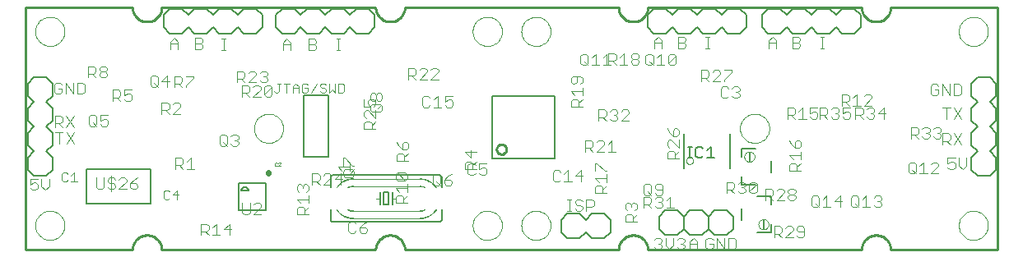
<source format=gto>
G75*
%MOIN*%
%OFA0B0*%
%FSLAX24Y24*%
%IPPOS*%
%LPD*%
%AMOC8*
5,1,8,0,0,1.08239X$1,22.5*
%
%ADD10C,0.0100*%
%ADD11C,0.0040*%
%ADD12C,0.0000*%
%ADD13C,0.0080*%
%ADD14C,0.0220*%
%ADD15C,0.0010*%
%ADD16C,0.0050*%
%ADD17C,0.0030*%
%ADD18C,0.0060*%
%ADD19C,0.0020*%
%ADD20R,0.0098X0.0394*%
%ADD21C,0.0002*%
D10*
X001503Y000583D02*
X001503Y010426D01*
X005834Y010426D01*
X005833Y010426D02*
X005835Y010380D01*
X005840Y010334D01*
X005849Y010288D01*
X005862Y010243D01*
X005878Y010200D01*
X005897Y010158D01*
X005920Y010117D01*
X005946Y010079D01*
X005975Y010042D01*
X006006Y010008D01*
X006040Y009977D01*
X006077Y009948D01*
X006115Y009922D01*
X006156Y009899D01*
X006198Y009880D01*
X006241Y009864D01*
X006286Y009851D01*
X006332Y009842D01*
X006378Y009837D01*
X006424Y009835D01*
X006470Y009837D01*
X006516Y009842D01*
X006562Y009851D01*
X006607Y009864D01*
X006650Y009880D01*
X006692Y009899D01*
X006733Y009922D01*
X006771Y009948D01*
X006808Y009977D01*
X006842Y010008D01*
X006873Y010042D01*
X006902Y010079D01*
X006928Y010117D01*
X006951Y010158D01*
X006970Y010200D01*
X006986Y010243D01*
X006999Y010288D01*
X007008Y010334D01*
X007013Y010380D01*
X007015Y010426D01*
X015676Y010426D01*
X015678Y010380D01*
X015683Y010334D01*
X015692Y010288D01*
X015705Y010243D01*
X015721Y010200D01*
X015740Y010158D01*
X015763Y010117D01*
X015789Y010079D01*
X015818Y010042D01*
X015849Y010008D01*
X015883Y009977D01*
X015920Y009948D01*
X015958Y009922D01*
X015999Y009899D01*
X016041Y009880D01*
X016084Y009864D01*
X016129Y009851D01*
X016175Y009842D01*
X016221Y009837D01*
X016267Y009835D01*
X016313Y009837D01*
X016359Y009842D01*
X016405Y009851D01*
X016450Y009864D01*
X016493Y009880D01*
X016535Y009899D01*
X016576Y009922D01*
X016614Y009948D01*
X016651Y009977D01*
X016685Y010008D01*
X016716Y010042D01*
X016745Y010079D01*
X016771Y010117D01*
X016794Y010158D01*
X016813Y010200D01*
X016829Y010243D01*
X016842Y010288D01*
X016851Y010334D01*
X016856Y010380D01*
X016858Y010426D01*
X016857Y010426D02*
X025519Y010426D01*
X025518Y010426D02*
X025520Y010380D01*
X025525Y010334D01*
X025534Y010288D01*
X025547Y010243D01*
X025563Y010200D01*
X025582Y010158D01*
X025605Y010117D01*
X025631Y010079D01*
X025660Y010042D01*
X025691Y010008D01*
X025725Y009977D01*
X025762Y009948D01*
X025800Y009922D01*
X025841Y009899D01*
X025883Y009880D01*
X025926Y009864D01*
X025971Y009851D01*
X026017Y009842D01*
X026063Y009837D01*
X026109Y009835D01*
X026155Y009837D01*
X026201Y009842D01*
X026247Y009851D01*
X026292Y009864D01*
X026335Y009880D01*
X026377Y009899D01*
X026418Y009922D01*
X026456Y009948D01*
X026493Y009977D01*
X026527Y010008D01*
X026558Y010042D01*
X026587Y010079D01*
X026613Y010117D01*
X026636Y010158D01*
X026655Y010200D01*
X026671Y010243D01*
X026684Y010288D01*
X026693Y010334D01*
X026698Y010380D01*
X026700Y010426D01*
X035361Y010426D01*
X035363Y010380D01*
X035368Y010334D01*
X035377Y010288D01*
X035390Y010243D01*
X035406Y010200D01*
X035425Y010158D01*
X035448Y010117D01*
X035474Y010079D01*
X035503Y010042D01*
X035534Y010008D01*
X035568Y009977D01*
X035605Y009948D01*
X035643Y009922D01*
X035684Y009899D01*
X035726Y009880D01*
X035769Y009864D01*
X035814Y009851D01*
X035860Y009842D01*
X035906Y009837D01*
X035952Y009835D01*
X035998Y009837D01*
X036044Y009842D01*
X036090Y009851D01*
X036135Y009864D01*
X036178Y009880D01*
X036220Y009899D01*
X036261Y009922D01*
X036299Y009948D01*
X036336Y009977D01*
X036370Y010008D01*
X036401Y010042D01*
X036430Y010079D01*
X036456Y010117D01*
X036479Y010158D01*
X036498Y010200D01*
X036514Y010243D01*
X036527Y010288D01*
X036536Y010334D01*
X036541Y010380D01*
X036543Y010426D01*
X036542Y010426D02*
X040873Y010426D01*
X040873Y000583D01*
X036542Y000583D01*
X036543Y000583D02*
X036541Y000629D01*
X036536Y000675D01*
X036527Y000721D01*
X036514Y000766D01*
X036498Y000809D01*
X036479Y000851D01*
X036456Y000892D01*
X036430Y000930D01*
X036401Y000967D01*
X036370Y001001D01*
X036336Y001032D01*
X036299Y001061D01*
X036261Y001087D01*
X036220Y001110D01*
X036178Y001129D01*
X036135Y001145D01*
X036090Y001158D01*
X036044Y001167D01*
X035998Y001172D01*
X035952Y001174D01*
X035906Y001172D01*
X035860Y001167D01*
X035814Y001158D01*
X035769Y001145D01*
X035726Y001129D01*
X035684Y001110D01*
X035643Y001087D01*
X035605Y001061D01*
X035568Y001032D01*
X035534Y001001D01*
X035503Y000967D01*
X035474Y000930D01*
X035448Y000892D01*
X035425Y000851D01*
X035406Y000809D01*
X035390Y000766D01*
X035377Y000721D01*
X035368Y000675D01*
X035363Y000629D01*
X035361Y000583D01*
X026700Y000583D01*
X026698Y000629D01*
X026693Y000675D01*
X026684Y000721D01*
X026671Y000766D01*
X026655Y000809D01*
X026636Y000851D01*
X026613Y000892D01*
X026587Y000930D01*
X026558Y000967D01*
X026527Y001001D01*
X026493Y001032D01*
X026456Y001061D01*
X026418Y001087D01*
X026377Y001110D01*
X026335Y001129D01*
X026292Y001145D01*
X026247Y001158D01*
X026201Y001167D01*
X026155Y001172D01*
X026109Y001174D01*
X026063Y001172D01*
X026017Y001167D01*
X025971Y001158D01*
X025926Y001145D01*
X025883Y001129D01*
X025841Y001110D01*
X025800Y001087D01*
X025762Y001061D01*
X025725Y001032D01*
X025691Y001001D01*
X025660Y000967D01*
X025631Y000930D01*
X025605Y000892D01*
X025582Y000851D01*
X025563Y000809D01*
X025547Y000766D01*
X025534Y000721D01*
X025525Y000675D01*
X025520Y000629D01*
X025518Y000583D01*
X025519Y000583D02*
X016857Y000583D01*
X016858Y000583D02*
X016856Y000629D01*
X016851Y000675D01*
X016842Y000721D01*
X016829Y000766D01*
X016813Y000809D01*
X016794Y000851D01*
X016771Y000892D01*
X016745Y000930D01*
X016716Y000967D01*
X016685Y001001D01*
X016651Y001032D01*
X016614Y001061D01*
X016576Y001087D01*
X016535Y001110D01*
X016493Y001129D01*
X016450Y001145D01*
X016405Y001158D01*
X016359Y001167D01*
X016313Y001172D01*
X016267Y001174D01*
X016221Y001172D01*
X016175Y001167D01*
X016129Y001158D01*
X016084Y001145D01*
X016041Y001129D01*
X015999Y001110D01*
X015958Y001087D01*
X015920Y001061D01*
X015883Y001032D01*
X015849Y001001D01*
X015818Y000967D01*
X015789Y000930D01*
X015763Y000892D01*
X015740Y000851D01*
X015721Y000809D01*
X015705Y000766D01*
X015692Y000721D01*
X015683Y000675D01*
X015678Y000629D01*
X015676Y000583D01*
X007015Y000583D01*
X007013Y000629D01*
X007008Y000675D01*
X006999Y000721D01*
X006986Y000766D01*
X006970Y000809D01*
X006951Y000851D01*
X006928Y000892D01*
X006902Y000930D01*
X006873Y000967D01*
X006842Y001001D01*
X006808Y001032D01*
X006771Y001061D01*
X006733Y001087D01*
X006692Y001110D01*
X006650Y001129D01*
X006607Y001145D01*
X006562Y001158D01*
X006516Y001167D01*
X006470Y001172D01*
X006424Y001174D01*
X006378Y001172D01*
X006332Y001167D01*
X006286Y001158D01*
X006241Y001145D01*
X006198Y001129D01*
X006156Y001110D01*
X006115Y001087D01*
X006077Y001061D01*
X006040Y001032D01*
X006006Y001001D01*
X005975Y000967D01*
X005946Y000930D01*
X005920Y000892D01*
X005897Y000851D01*
X005878Y000809D01*
X005862Y000766D01*
X005849Y000721D01*
X005840Y000675D01*
X005835Y000629D01*
X005833Y000583D01*
X005834Y000583D02*
X001503Y000583D01*
X020580Y004658D02*
X020582Y004685D01*
X020588Y004712D01*
X020597Y004738D01*
X020610Y004762D01*
X020626Y004785D01*
X020645Y004804D01*
X020667Y004821D01*
X020691Y004835D01*
X020716Y004845D01*
X020743Y004852D01*
X020770Y004855D01*
X020798Y004854D01*
X020825Y004849D01*
X020851Y004841D01*
X020875Y004829D01*
X020898Y004813D01*
X020919Y004795D01*
X020936Y004774D01*
X020951Y004750D01*
X020962Y004725D01*
X020970Y004699D01*
X020974Y004672D01*
X020974Y004644D01*
X020970Y004617D01*
X020962Y004591D01*
X020951Y004566D01*
X020936Y004542D01*
X020919Y004521D01*
X020898Y004503D01*
X020876Y004487D01*
X020851Y004475D01*
X020825Y004467D01*
X020798Y004462D01*
X020770Y004461D01*
X020743Y004464D01*
X020716Y004471D01*
X020691Y004481D01*
X020667Y004495D01*
X020645Y004512D01*
X020626Y004531D01*
X020610Y004554D01*
X020597Y004578D01*
X020588Y004604D01*
X020582Y004631D01*
X020580Y004658D01*
D11*
X019753Y004543D02*
X019293Y004543D01*
X019523Y004313D01*
X019523Y004620D01*
X019523Y004160D02*
X019599Y004083D01*
X019599Y003853D01*
X019753Y003853D02*
X019293Y003853D01*
X019293Y004083D01*
X019369Y004160D01*
X019523Y004160D01*
X019490Y004084D02*
X019413Y004007D01*
X019413Y003700D01*
X019490Y003623D01*
X019643Y003623D01*
X019720Y003700D01*
X019873Y003700D02*
X019950Y003623D01*
X020104Y003623D01*
X020180Y003700D01*
X020180Y003854D01*
X020104Y003930D01*
X020027Y003930D01*
X019873Y003854D01*
X019873Y004084D01*
X020180Y004084D01*
X019753Y004160D02*
X019599Y004006D01*
X019643Y004084D02*
X019490Y004084D01*
X019643Y004084D02*
X019720Y004007D01*
X018759Y003654D02*
X018606Y003577D01*
X018453Y003424D01*
X018683Y003424D01*
X018759Y003347D01*
X018759Y003270D01*
X018683Y003193D01*
X018529Y003193D01*
X018453Y003270D01*
X018453Y003424D01*
X018299Y003577D02*
X018299Y003270D01*
X018222Y003193D01*
X018069Y003193D01*
X017992Y003270D01*
X017992Y003577D01*
X018069Y003654D01*
X018222Y003654D01*
X018299Y003577D01*
X018146Y003347D02*
X018299Y003193D01*
X016953Y003241D02*
X016953Y002934D01*
X016953Y003087D02*
X016493Y003087D01*
X016646Y002934D01*
X016569Y002780D02*
X016723Y002780D01*
X016799Y002704D01*
X016799Y002473D01*
X016799Y002627D02*
X016953Y002780D01*
X016569Y002780D02*
X016493Y002704D01*
X016493Y002473D01*
X016953Y002473D01*
X015340Y001724D02*
X015187Y001647D01*
X015033Y001494D01*
X015264Y001494D01*
X015340Y001417D01*
X015340Y001340D01*
X015264Y001263D01*
X015110Y001263D01*
X015033Y001340D01*
X015033Y001494D01*
X014880Y001647D02*
X014803Y001724D01*
X014650Y001724D01*
X014573Y001647D01*
X014573Y001340D01*
X014650Y001263D01*
X014803Y001263D01*
X014880Y001340D01*
X012953Y002012D02*
X012493Y002012D01*
X012493Y002242D01*
X012569Y002319D01*
X012723Y002319D01*
X012799Y002242D01*
X012799Y002012D01*
X012799Y002166D02*
X012953Y002319D01*
X012953Y002473D02*
X012953Y002780D01*
X012953Y002626D02*
X012493Y002626D01*
X012646Y002473D01*
X012569Y002933D02*
X012493Y003010D01*
X012493Y003163D01*
X012569Y003240D01*
X012646Y003240D01*
X012723Y003163D01*
X012799Y003240D01*
X012876Y003240D01*
X012953Y003163D01*
X012953Y003010D01*
X012876Y002933D01*
X012723Y003086D02*
X012723Y003163D01*
X013112Y003213D02*
X013112Y003674D01*
X013342Y003674D01*
X013419Y003597D01*
X013419Y003444D01*
X013342Y003367D01*
X013112Y003367D01*
X013265Y003367D02*
X013419Y003213D01*
X013572Y003213D02*
X013879Y003520D01*
X013879Y003597D01*
X013802Y003674D01*
X013649Y003674D01*
X013572Y003597D01*
X014033Y003444D02*
X014339Y003444D01*
X014429Y003533D02*
X014353Y003610D01*
X014353Y003764D01*
X014429Y003840D01*
X014736Y003840D01*
X014813Y003764D01*
X014813Y003610D01*
X014736Y003533D01*
X014429Y003533D01*
X014263Y003674D02*
X014033Y003444D01*
X013879Y003213D02*
X013572Y003213D01*
X014263Y003213D02*
X014263Y003674D01*
X014312Y003781D02*
X014158Y003935D01*
X014619Y003935D01*
X014736Y003994D02*
X014813Y003994D01*
X014736Y003994D02*
X014429Y004301D01*
X014353Y004301D01*
X014353Y003994D01*
X014619Y004088D02*
X014619Y003781D01*
X014659Y003687D02*
X014813Y003840D01*
X016493Y003624D02*
X016493Y003471D01*
X016569Y003394D01*
X016876Y003394D01*
X016569Y003701D01*
X016876Y003701D01*
X016953Y003624D01*
X016953Y003471D01*
X016876Y003394D01*
X016569Y003701D02*
X016493Y003624D01*
X016533Y004193D02*
X016533Y004424D01*
X016609Y004500D01*
X016763Y004500D01*
X016839Y004424D01*
X016839Y004193D01*
X016839Y004347D02*
X016993Y004500D01*
X016916Y004654D02*
X016993Y004731D01*
X016993Y004884D01*
X016916Y004961D01*
X016839Y004961D01*
X016763Y004884D01*
X016763Y004654D01*
X016916Y004654D01*
X016763Y004654D02*
X016609Y004807D01*
X016533Y004961D01*
X015673Y005472D02*
X015213Y005472D01*
X015213Y005702D01*
X015289Y005779D01*
X015443Y005779D01*
X015519Y005702D01*
X015519Y005472D01*
X015519Y005626D02*
X015673Y005779D01*
X015673Y005933D02*
X015366Y006240D01*
X015289Y006240D01*
X015213Y006163D01*
X015213Y006009D01*
X015289Y005933D01*
X015673Y005933D02*
X015673Y006240D01*
X015779Y006327D02*
X015933Y006480D01*
X015933Y006404D02*
X015856Y006480D01*
X015549Y006480D01*
X015473Y006404D01*
X015473Y006250D01*
X015549Y006173D01*
X015856Y006173D01*
X015933Y006250D01*
X015933Y006404D01*
X015673Y006470D02*
X015596Y006393D01*
X015673Y006470D02*
X015673Y006623D01*
X015596Y006700D01*
X015443Y006700D01*
X015366Y006623D01*
X015366Y006546D01*
X015443Y006393D01*
X015213Y006393D01*
X015213Y006700D01*
X015473Y006711D02*
X015549Y006634D01*
X015626Y006634D01*
X015703Y006711D01*
X015703Y006864D01*
X015779Y006941D01*
X015856Y006941D01*
X015933Y006864D01*
X015933Y006711D01*
X015856Y006634D01*
X015779Y006634D01*
X015703Y006711D01*
X015703Y006864D02*
X015626Y006941D01*
X015549Y006941D01*
X015473Y006864D01*
X015473Y006711D01*
X017572Y006747D02*
X017572Y006440D01*
X017649Y006363D01*
X017802Y006363D01*
X017879Y006440D01*
X018032Y006363D02*
X018339Y006363D01*
X018186Y006363D02*
X018186Y006824D01*
X018032Y006670D01*
X017879Y006747D02*
X017802Y006824D01*
X017649Y006824D01*
X017572Y006747D01*
X018493Y006824D02*
X018493Y006594D01*
X018646Y006670D01*
X018723Y006670D01*
X018799Y006594D01*
X018799Y006440D01*
X018723Y006363D01*
X018569Y006363D01*
X018493Y006440D01*
X018493Y006824D02*
X018799Y006824D01*
X018219Y007495D02*
X017913Y007495D01*
X018219Y007802D01*
X018219Y007879D01*
X018143Y007956D01*
X017989Y007956D01*
X017913Y007879D01*
X017759Y007879D02*
X017682Y007956D01*
X017529Y007956D01*
X017452Y007879D01*
X017299Y007879D02*
X017299Y007725D01*
X017222Y007649D01*
X016992Y007649D01*
X017145Y007649D02*
X017299Y007495D01*
X017452Y007495D02*
X017759Y007802D01*
X017759Y007879D01*
X017299Y007879D02*
X017222Y007956D01*
X016992Y007956D01*
X016992Y007495D01*
X017452Y007495D02*
X017759Y007495D01*
X014236Y008683D02*
X014083Y008683D01*
X014160Y008683D02*
X014160Y009144D01*
X014236Y009144D02*
X014083Y009144D01*
X013270Y009067D02*
X013270Y008990D01*
X013193Y008914D01*
X012963Y008914D01*
X013193Y008914D02*
X013270Y008837D01*
X013270Y008760D01*
X013193Y008683D01*
X012963Y008683D01*
X012963Y009144D01*
X013193Y009144D01*
X013270Y009067D01*
X012230Y008990D02*
X012230Y008683D01*
X011923Y008683D02*
X011923Y008990D01*
X012076Y009144D01*
X012230Y008990D01*
X012230Y008914D02*
X011923Y008914D01*
X009596Y009144D02*
X009443Y009144D01*
X009520Y009144D02*
X009520Y008683D01*
X009596Y008683D02*
X009443Y008683D01*
X008670Y008800D02*
X008670Y008877D01*
X008593Y008954D01*
X008363Y008954D01*
X008593Y008954D02*
X008670Y009030D01*
X008670Y009107D01*
X008593Y009184D01*
X008363Y009184D01*
X008363Y008723D01*
X008593Y008723D01*
X008670Y008800D01*
X007670Y008723D02*
X007670Y009030D01*
X007516Y009184D01*
X007363Y009030D01*
X007363Y008723D01*
X007363Y008954D02*
X007670Y008954D01*
X004800Y007957D02*
X004724Y008034D01*
X004570Y008034D01*
X004493Y007957D01*
X004493Y007880D01*
X004570Y007804D01*
X004724Y007804D01*
X004800Y007727D01*
X004800Y007650D01*
X004724Y007573D01*
X004570Y007573D01*
X004493Y007650D01*
X004493Y007727D01*
X004570Y007804D01*
X004724Y007804D02*
X004800Y007880D01*
X004800Y007957D01*
X004340Y007957D02*
X004340Y007804D01*
X004263Y007727D01*
X004033Y007727D01*
X004186Y007727D02*
X004340Y007573D01*
X004033Y007573D02*
X004033Y008034D01*
X004263Y008034D01*
X004340Y007957D01*
X003814Y007364D02*
X003584Y007364D01*
X003584Y006903D01*
X003814Y006903D01*
X003891Y006980D01*
X003891Y007287D01*
X003814Y007364D01*
X003430Y007364D02*
X003430Y006903D01*
X003123Y007364D01*
X003123Y006903D01*
X002970Y006980D02*
X002970Y007134D01*
X002816Y007134D01*
X002663Y007287D02*
X002663Y006980D01*
X002740Y006903D01*
X002893Y006903D01*
X002970Y006980D01*
X002970Y007287D02*
X002893Y007364D01*
X002740Y007364D01*
X002663Y007287D01*
X005033Y007074D02*
X005033Y006613D01*
X005033Y006767D02*
X005263Y006767D01*
X005340Y006844D01*
X005340Y006997D01*
X005263Y007074D01*
X005033Y007074D01*
X005493Y007074D02*
X005493Y006844D01*
X005647Y006920D01*
X005724Y006920D01*
X005800Y006844D01*
X005800Y006690D01*
X005724Y006613D01*
X005570Y006613D01*
X005493Y006690D01*
X005340Y006613D02*
X005186Y006767D01*
X005493Y007074D02*
X005800Y007074D01*
X006552Y007270D02*
X006629Y007193D01*
X006782Y007193D01*
X006859Y007270D01*
X006859Y007577D01*
X006782Y007654D01*
X006629Y007654D01*
X006552Y007577D01*
X006552Y007270D01*
X006706Y007347D02*
X006859Y007193D01*
X007243Y007193D02*
X007243Y007654D01*
X007013Y007424D01*
X007319Y007424D01*
X007532Y007327D02*
X007762Y007327D01*
X007839Y007404D01*
X007839Y007557D01*
X007762Y007634D01*
X007532Y007634D01*
X007532Y007173D01*
X007686Y007327D02*
X007839Y007173D01*
X007993Y007173D02*
X007993Y007250D01*
X008299Y007557D01*
X008299Y007634D01*
X007993Y007634D01*
X010073Y007527D02*
X010303Y007527D01*
X010380Y007604D01*
X010380Y007757D01*
X010303Y007834D01*
X010073Y007834D01*
X010073Y007373D01*
X010253Y007254D02*
X010483Y007254D01*
X010560Y007177D01*
X010560Y007024D01*
X010483Y006947D01*
X010253Y006947D01*
X010406Y006947D02*
X010560Y006793D01*
X010713Y006793D02*
X011020Y007100D01*
X011020Y007177D01*
X010944Y007254D01*
X010790Y007254D01*
X010713Y007177D01*
X010840Y007373D02*
X010533Y007373D01*
X010840Y007680D01*
X010840Y007757D01*
X010764Y007834D01*
X010610Y007834D01*
X010533Y007757D01*
X010226Y007527D02*
X010380Y007373D01*
X010253Y007254D02*
X010253Y006793D01*
X010713Y006793D02*
X011020Y006793D01*
X011174Y006870D02*
X011481Y007177D01*
X011481Y006870D01*
X011404Y006793D01*
X011250Y006793D01*
X011174Y006870D01*
X011174Y007177D01*
X011250Y007254D01*
X011404Y007254D01*
X011481Y007177D01*
X011224Y007373D02*
X011070Y007373D01*
X010994Y007450D01*
X011147Y007604D02*
X011224Y007604D01*
X011301Y007527D01*
X011301Y007450D01*
X011224Y007373D01*
X011224Y007604D02*
X011301Y007680D01*
X011301Y007757D01*
X011224Y007834D01*
X011070Y007834D01*
X010994Y007757D01*
X007779Y006477D02*
X007703Y006554D01*
X007549Y006554D01*
X007473Y006477D01*
X007319Y006477D02*
X007319Y006324D01*
X007242Y006247D01*
X007012Y006247D01*
X007012Y006093D02*
X007012Y006554D01*
X007242Y006554D01*
X007319Y006477D01*
X007473Y006093D02*
X007779Y006400D01*
X007779Y006477D01*
X007319Y006093D02*
X007166Y006247D01*
X007473Y006093D02*
X007779Y006093D01*
X009352Y005177D02*
X009429Y005254D01*
X009582Y005254D01*
X009659Y005177D01*
X009659Y004870D01*
X009582Y004793D01*
X009429Y004793D01*
X009352Y004870D01*
X009352Y005177D01*
X009813Y005177D02*
X009889Y005254D01*
X010043Y005254D01*
X010119Y005177D01*
X010119Y005100D01*
X010043Y005024D01*
X010119Y004947D01*
X010119Y004870D01*
X010043Y004793D01*
X009889Y004793D01*
X009813Y004870D01*
X009659Y004793D02*
X009506Y004947D01*
X009966Y005024D02*
X010043Y005024D01*
X008186Y004314D02*
X008186Y003853D01*
X008033Y003853D02*
X008339Y003853D01*
X007879Y003853D02*
X007726Y004007D01*
X007802Y004007D02*
X007572Y004007D01*
X007802Y004007D02*
X007879Y004084D01*
X007879Y004237D01*
X007802Y004314D01*
X007572Y004314D01*
X007572Y003853D01*
X008033Y004160D02*
X008186Y004314D01*
X006049Y003504D02*
X005896Y003427D01*
X005743Y003274D01*
X005973Y003274D01*
X006049Y003197D01*
X006049Y003120D01*
X005973Y003043D01*
X005819Y003043D01*
X005743Y003120D01*
X005743Y003274D01*
X005589Y003350D02*
X005282Y003043D01*
X005589Y003043D01*
X005129Y003120D02*
X005129Y003197D01*
X005052Y003274D01*
X004899Y003274D01*
X004822Y003350D01*
X004822Y003427D01*
X004899Y003504D01*
X005052Y003504D01*
X005129Y003427D01*
X005282Y003427D02*
X005359Y003504D01*
X005512Y003504D01*
X005589Y003427D01*
X005589Y003350D01*
X005129Y003120D02*
X005052Y003043D01*
X004899Y003043D01*
X004822Y003120D01*
X004668Y003120D02*
X004668Y003504D01*
X004361Y003504D02*
X004361Y003120D01*
X004438Y003043D01*
X004592Y003043D01*
X004668Y003120D01*
X004975Y002967D02*
X004975Y003581D01*
X002450Y003464D02*
X002450Y003157D01*
X002297Y003003D01*
X002143Y003157D01*
X002143Y003464D01*
X001990Y003464D02*
X001683Y003464D01*
X001683Y003234D01*
X001836Y003310D01*
X001913Y003310D01*
X001990Y003234D01*
X001990Y003080D01*
X001913Y003003D01*
X001760Y003003D01*
X001683Y003080D01*
X002856Y004883D02*
X002856Y005344D01*
X002703Y005344D02*
X003010Y005344D01*
X003163Y005344D02*
X003470Y004883D01*
X003163Y004883D02*
X003470Y005344D01*
X003450Y005563D02*
X003143Y006024D01*
X002990Y005947D02*
X002990Y005794D01*
X002913Y005717D01*
X002683Y005717D01*
X002836Y005717D02*
X002990Y005563D01*
X003143Y005563D02*
X003450Y006024D01*
X002990Y005947D02*
X002913Y006024D01*
X002683Y006024D01*
X002683Y005563D01*
X004072Y005670D02*
X004149Y005593D01*
X004302Y005593D01*
X004379Y005670D01*
X004379Y005977D01*
X004302Y006054D01*
X004149Y006054D01*
X004072Y005977D01*
X004072Y005670D01*
X004226Y005747D02*
X004379Y005593D01*
X004533Y005670D02*
X004609Y005593D01*
X004763Y005593D01*
X004839Y005670D01*
X004839Y005824D01*
X004763Y005900D01*
X004686Y005900D01*
X004533Y005824D01*
X004533Y006054D01*
X004839Y006054D01*
X016533Y004193D02*
X016993Y004193D01*
X022853Y003727D02*
X022853Y003420D01*
X022930Y003343D01*
X023083Y003343D01*
X023160Y003420D01*
X023313Y003343D02*
X023620Y003343D01*
X023467Y003343D02*
X023467Y003804D01*
X023313Y003650D01*
X023160Y003727D02*
X023083Y003804D01*
X022930Y003804D01*
X022853Y003727D01*
X023774Y003574D02*
X024081Y003574D01*
X024004Y003804D02*
X023774Y003574D01*
X024004Y003343D02*
X024004Y003804D01*
X024573Y003793D02*
X024573Y004100D01*
X024649Y004100D01*
X024956Y003793D01*
X025033Y003793D01*
X025033Y003640D02*
X025033Y003333D01*
X025033Y003486D02*
X024573Y003486D01*
X024726Y003333D01*
X024649Y003179D02*
X024803Y003179D01*
X024879Y003102D01*
X024879Y002872D01*
X024879Y003026D02*
X025033Y003179D01*
X024649Y003179D02*
X024573Y003102D01*
X024573Y002872D01*
X025033Y002872D01*
X024517Y002547D02*
X024440Y002624D01*
X024210Y002624D01*
X024210Y002163D01*
X024057Y002240D02*
X023980Y002163D01*
X023827Y002163D01*
X023750Y002240D01*
X023827Y002394D02*
X023980Y002394D01*
X024057Y002317D01*
X024057Y002240D01*
X024210Y002317D02*
X024440Y002317D01*
X024517Y002394D01*
X024517Y002547D01*
X024057Y002547D02*
X023980Y002624D01*
X023827Y002624D01*
X023750Y002547D01*
X023750Y002470D01*
X023827Y002394D01*
X023596Y002624D02*
X023443Y002624D01*
X023520Y002624D02*
X023520Y002163D01*
X023596Y002163D02*
X023443Y002163D01*
X025793Y002250D02*
X025869Y002173D01*
X025793Y002250D02*
X025793Y002403D01*
X025869Y002480D01*
X025946Y002480D01*
X026023Y002403D01*
X026099Y002480D01*
X026176Y002480D01*
X026253Y002403D01*
X026253Y002250D01*
X026176Y002173D01*
X026253Y002020D02*
X026099Y001866D01*
X026099Y001943D02*
X026099Y001713D01*
X026253Y001713D02*
X025793Y001713D01*
X025793Y001943D01*
X025869Y002020D01*
X026023Y002020D01*
X026099Y001943D01*
X026533Y002273D02*
X026533Y002734D01*
X026763Y002734D01*
X026840Y002657D01*
X026840Y002504D01*
X026763Y002427D01*
X026533Y002427D01*
X026686Y002427D02*
X026840Y002273D01*
X026993Y002350D02*
X027070Y002273D01*
X027224Y002273D01*
X027300Y002350D01*
X027300Y002427D01*
X027224Y002504D01*
X027147Y002504D01*
X027224Y002504D02*
X027300Y002580D01*
X027300Y002657D01*
X027224Y002734D01*
X027070Y002734D01*
X026993Y002657D01*
X027070Y002793D02*
X026993Y002870D01*
X027070Y002793D02*
X027224Y002793D01*
X027300Y002870D01*
X027300Y003177D01*
X027224Y003254D01*
X027070Y003254D01*
X026993Y003177D01*
X026993Y003100D01*
X027070Y003024D01*
X027300Y003024D01*
X026840Y003177D02*
X026840Y002870D01*
X026763Y002793D01*
X026610Y002793D01*
X026533Y002870D01*
X026533Y003177D01*
X026610Y003254D01*
X026763Y003254D01*
X026840Y003177D01*
X026686Y002947D02*
X026840Y002793D01*
X027454Y002580D02*
X027607Y002734D01*
X027607Y002273D01*
X027454Y002273D02*
X027761Y002273D01*
X026023Y002326D02*
X026023Y002403D01*
X029892Y002873D02*
X029892Y003334D01*
X030122Y003334D01*
X030199Y003257D01*
X030199Y003104D01*
X030122Y003027D01*
X029892Y003027D01*
X030045Y003027D02*
X030199Y002873D01*
X030352Y002950D02*
X030429Y002873D01*
X030582Y002873D01*
X030659Y002950D01*
X030659Y003027D01*
X030582Y003104D01*
X030506Y003104D01*
X030582Y003104D02*
X030659Y003180D01*
X030659Y003257D01*
X030582Y003334D01*
X030429Y003334D01*
X030352Y003257D01*
X030813Y003257D02*
X030813Y002950D01*
X031119Y003257D01*
X031119Y002950D01*
X031043Y002873D01*
X030889Y002873D01*
X030813Y002950D01*
X031458Y003059D02*
X031688Y003059D01*
X031765Y002982D01*
X031765Y002829D01*
X031688Y002752D01*
X031458Y002752D01*
X031611Y002752D02*
X031765Y002598D01*
X031918Y002598D02*
X032225Y002905D01*
X032225Y002982D01*
X032149Y003059D01*
X031995Y003059D01*
X031918Y002982D01*
X032379Y002982D02*
X032379Y002905D01*
X032455Y002829D01*
X032609Y002829D01*
X032686Y002752D01*
X032686Y002675D01*
X032609Y002598D01*
X032455Y002598D01*
X032379Y002675D01*
X032379Y002752D01*
X032455Y002829D01*
X032609Y002829D02*
X032686Y002905D01*
X032686Y002982D01*
X032609Y003059D01*
X032455Y003059D01*
X032379Y002982D01*
X031458Y003059D02*
X031458Y002598D01*
X031918Y002598D02*
X032225Y002598D01*
X033333Y002697D02*
X033333Y002390D01*
X033410Y002313D01*
X033563Y002313D01*
X033640Y002390D01*
X033640Y002697D01*
X033563Y002774D01*
X033410Y002774D01*
X033333Y002697D01*
X033793Y002620D02*
X033947Y002774D01*
X033947Y002313D01*
X034100Y002313D02*
X033793Y002313D01*
X033640Y002313D02*
X033486Y002467D01*
X034254Y002544D02*
X034484Y002774D01*
X034484Y002313D01*
X034561Y002544D02*
X034254Y002544D01*
X034933Y002390D02*
X034933Y002697D01*
X035010Y002774D01*
X035163Y002774D01*
X035240Y002697D01*
X035240Y002390D01*
X035163Y002313D01*
X035010Y002313D01*
X034933Y002390D01*
X035086Y002467D02*
X035240Y002313D01*
X035393Y002313D02*
X035700Y002313D01*
X035547Y002313D02*
X035547Y002774D01*
X035393Y002620D01*
X035854Y002697D02*
X035930Y002774D01*
X036084Y002774D01*
X036161Y002697D01*
X036161Y002620D01*
X036084Y002544D01*
X036161Y002467D01*
X036161Y002390D01*
X036084Y002313D01*
X035930Y002313D01*
X035854Y002390D01*
X036007Y002544D02*
X036084Y002544D01*
X033046Y001462D02*
X032969Y001539D01*
X032815Y001539D01*
X032739Y001462D01*
X032739Y001385D01*
X032815Y001309D01*
X033046Y001309D01*
X033046Y001462D02*
X033046Y001155D01*
X032969Y001078D01*
X032815Y001078D01*
X032739Y001155D01*
X032585Y001078D02*
X032278Y001078D01*
X032585Y001385D01*
X032585Y001462D01*
X032509Y001539D01*
X032355Y001539D01*
X032278Y001462D01*
X032125Y001462D02*
X032125Y001309D01*
X032048Y001232D01*
X031818Y001232D01*
X031971Y001232D02*
X032125Y001078D01*
X031818Y001078D02*
X031818Y001539D01*
X032048Y001539D01*
X032125Y001462D01*
X031181Y001610D02*
X031183Y001638D01*
X031189Y001666D01*
X031198Y001692D01*
X031211Y001718D01*
X031227Y001741D01*
X031247Y001761D01*
X031269Y001779D01*
X031293Y001794D01*
X031319Y001805D01*
X031346Y001813D01*
X031374Y001817D01*
X031402Y001817D01*
X031430Y001813D01*
X031457Y001805D01*
X031483Y001794D01*
X031507Y001779D01*
X031529Y001761D01*
X031549Y001741D01*
X031565Y001718D01*
X031578Y001692D01*
X031587Y001666D01*
X031593Y001638D01*
X031595Y001610D01*
X031593Y001582D01*
X031587Y001554D01*
X031578Y001528D01*
X031565Y001502D01*
X031549Y001479D01*
X031529Y001459D01*
X031507Y001441D01*
X031483Y001426D01*
X031457Y001415D01*
X031430Y001407D01*
X031402Y001403D01*
X031374Y001403D01*
X031346Y001407D01*
X031319Y001415D01*
X031293Y001426D01*
X031269Y001441D01*
X031247Y001459D01*
X031227Y001479D01*
X031211Y001502D01*
X031198Y001528D01*
X031189Y001554D01*
X031183Y001582D01*
X031181Y001610D01*
X030271Y000987D02*
X030194Y001064D01*
X029964Y001064D01*
X029964Y000603D01*
X030194Y000603D01*
X030271Y000680D01*
X030271Y000987D01*
X029810Y001064D02*
X029810Y000603D01*
X029503Y001064D01*
X029503Y000603D01*
X029350Y000680D02*
X029273Y000603D01*
X029120Y000603D01*
X029043Y000680D01*
X029043Y000987D01*
X029120Y001064D01*
X029273Y001064D01*
X029350Y000987D01*
X028710Y000910D02*
X028710Y000603D01*
X028403Y000603D02*
X028403Y000910D01*
X028556Y001064D01*
X028710Y000910D01*
X028710Y000834D02*
X028403Y000834D01*
X028191Y000910D02*
X028114Y000834D01*
X028191Y000757D01*
X028191Y000680D01*
X028114Y000603D01*
X027960Y000603D01*
X027884Y000680D01*
X027730Y000757D02*
X027577Y000603D01*
X027423Y000757D01*
X027423Y001064D01*
X027270Y000987D02*
X027270Y000910D01*
X027193Y000834D01*
X027270Y000757D01*
X027270Y000680D01*
X027193Y000603D01*
X027040Y000603D01*
X026963Y000680D01*
X027116Y000834D02*
X027193Y000834D01*
X027730Y000757D02*
X027730Y001064D01*
X027884Y000987D02*
X027960Y001064D01*
X028114Y001064D01*
X028191Y000987D01*
X028191Y000910D01*
X028114Y000834D02*
X028037Y000834D01*
X027270Y000987D02*
X027193Y001064D01*
X027040Y001064D01*
X026963Y000987D01*
X029196Y000834D02*
X029350Y000834D01*
X029350Y000680D01*
X030813Y003257D02*
X030889Y003334D01*
X031043Y003334D01*
X031119Y003257D01*
X032433Y003793D02*
X032433Y004024D01*
X032509Y004100D01*
X032663Y004100D01*
X032739Y004024D01*
X032739Y003793D01*
X032739Y003947D02*
X032893Y004100D01*
X032893Y004254D02*
X032893Y004561D01*
X032893Y004407D02*
X032433Y004407D01*
X032586Y004254D01*
X032663Y004714D02*
X032663Y004944D01*
X032739Y005021D01*
X032816Y005021D01*
X032893Y004944D01*
X032893Y004791D01*
X032816Y004714D01*
X032663Y004714D01*
X032509Y004868D01*
X032433Y005021D01*
X030611Y004357D02*
X030613Y004385D01*
X030619Y004413D01*
X030628Y004439D01*
X030641Y004465D01*
X030657Y004488D01*
X030677Y004508D01*
X030699Y004526D01*
X030723Y004541D01*
X030749Y004552D01*
X030776Y004560D01*
X030804Y004564D01*
X030832Y004564D01*
X030860Y004560D01*
X030887Y004552D01*
X030913Y004541D01*
X030937Y004526D01*
X030959Y004508D01*
X030979Y004488D01*
X030995Y004465D01*
X031008Y004439D01*
X031017Y004413D01*
X031023Y004385D01*
X031025Y004357D01*
X031023Y004329D01*
X031017Y004301D01*
X031008Y004275D01*
X030995Y004249D01*
X030979Y004226D01*
X030959Y004206D01*
X030937Y004188D01*
X030913Y004173D01*
X030887Y004162D01*
X030860Y004154D01*
X030832Y004150D01*
X030804Y004150D01*
X030776Y004154D01*
X030749Y004162D01*
X030723Y004173D01*
X030699Y004188D01*
X030677Y004206D01*
X030657Y004226D01*
X030641Y004249D01*
X030628Y004275D01*
X030619Y004301D01*
X030613Y004329D01*
X030611Y004357D01*
X032433Y003793D02*
X032893Y003793D01*
X037253Y003750D02*
X037330Y003673D01*
X037483Y003673D01*
X037560Y003750D01*
X037560Y004057D01*
X037483Y004134D01*
X037330Y004134D01*
X037253Y004057D01*
X037253Y003750D01*
X037406Y003827D02*
X037560Y003673D01*
X037713Y003673D02*
X038020Y003673D01*
X037867Y003673D02*
X037867Y004134D01*
X037713Y003980D01*
X038174Y004057D02*
X038250Y004134D01*
X038404Y004134D01*
X038481Y004057D01*
X038481Y003980D01*
X038174Y003673D01*
X038481Y003673D01*
X038843Y003920D02*
X038920Y003843D01*
X039073Y003843D01*
X039150Y003920D01*
X039150Y004074D01*
X039073Y004150D01*
X038996Y004150D01*
X038843Y004074D01*
X038843Y004304D01*
X039150Y004304D01*
X039303Y004304D02*
X039303Y003997D01*
X039457Y003843D01*
X039610Y003997D01*
X039610Y004304D01*
X039410Y004843D02*
X039103Y005304D01*
X038950Y005227D02*
X038950Y005074D01*
X038873Y004997D01*
X038643Y004997D01*
X038796Y004997D02*
X038950Y004843D01*
X039103Y004843D02*
X039410Y005304D01*
X038950Y005227D02*
X038873Y005304D01*
X038643Y005304D01*
X038643Y004843D01*
X038504Y005093D02*
X038350Y005093D01*
X038274Y005170D01*
X038120Y005170D02*
X038044Y005093D01*
X037890Y005093D01*
X037813Y005170D01*
X037660Y005093D02*
X037506Y005247D01*
X037583Y005247D02*
X037353Y005247D01*
X037583Y005247D02*
X037660Y005324D01*
X037660Y005477D01*
X037583Y005554D01*
X037353Y005554D01*
X037353Y005093D01*
X037967Y005324D02*
X038044Y005324D01*
X038120Y005247D01*
X038120Y005170D01*
X038044Y005324D02*
X038120Y005400D01*
X038120Y005477D01*
X038044Y005554D01*
X037890Y005554D01*
X037813Y005477D01*
X038274Y005477D02*
X038350Y005554D01*
X038504Y005554D01*
X038581Y005477D01*
X038581Y005400D01*
X038504Y005324D01*
X038581Y005247D01*
X038581Y005170D01*
X038504Y005093D01*
X038504Y005324D02*
X038427Y005324D01*
X038796Y005883D02*
X038796Y006344D01*
X038643Y006344D02*
X038950Y006344D01*
X039103Y006344D02*
X039410Y005883D01*
X039103Y005883D02*
X039410Y006344D01*
X039314Y006843D02*
X039084Y006843D01*
X039084Y007304D01*
X039314Y007304D01*
X039391Y007227D01*
X039391Y006920D01*
X039314Y006843D01*
X038930Y006843D02*
X038930Y007304D01*
X038623Y007304D02*
X038930Y006843D01*
X038623Y006843D02*
X038623Y007304D01*
X038470Y007227D02*
X038393Y007304D01*
X038240Y007304D01*
X038163Y007227D01*
X038163Y006920D01*
X038240Y006843D01*
X038393Y006843D01*
X038470Y006920D01*
X038470Y007074D01*
X038316Y007074D01*
X036264Y006354D02*
X036034Y006124D01*
X036341Y006124D01*
X035880Y006200D02*
X035804Y006124D01*
X035880Y006047D01*
X035880Y005970D01*
X035804Y005893D01*
X035650Y005893D01*
X035573Y005970D01*
X035420Y005893D02*
X035266Y006047D01*
X035343Y006047D02*
X035113Y006047D01*
X035113Y005893D02*
X035113Y006354D01*
X035343Y006354D01*
X035420Y006277D01*
X035420Y006124D01*
X035343Y006047D01*
X035727Y006124D02*
X035804Y006124D01*
X035880Y006200D02*
X035880Y006277D01*
X035804Y006354D01*
X035650Y006354D01*
X035573Y006277D01*
X035473Y006433D02*
X035779Y006740D01*
X035779Y006817D01*
X035703Y006894D01*
X035549Y006894D01*
X035473Y006817D01*
X035166Y006894D02*
X035012Y006740D01*
X034859Y006664D02*
X034782Y006587D01*
X034552Y006587D01*
X034705Y006587D02*
X034859Y006433D01*
X034901Y006354D02*
X034594Y006354D01*
X034594Y006124D01*
X034747Y006200D01*
X034824Y006200D01*
X034901Y006124D01*
X034901Y005970D01*
X034824Y005893D01*
X034670Y005893D01*
X034594Y005970D01*
X034440Y005970D02*
X034364Y005893D01*
X034210Y005893D01*
X034133Y005970D01*
X033980Y005893D02*
X033826Y006047D01*
X033903Y006047D02*
X033673Y006047D01*
X033581Y006124D02*
X033581Y005970D01*
X033504Y005893D01*
X033350Y005893D01*
X033274Y005970D01*
X033274Y006124D02*
X033427Y006200D01*
X033504Y006200D01*
X033581Y006124D01*
X033274Y006124D02*
X033274Y006354D01*
X033581Y006354D01*
X033673Y006354D02*
X033903Y006354D01*
X033980Y006277D01*
X033980Y006124D01*
X033903Y006047D01*
X033673Y005893D02*
X033673Y006354D01*
X032967Y006354D02*
X032967Y005893D01*
X033120Y005893D02*
X032813Y005893D01*
X032660Y005893D02*
X032506Y006047D01*
X032583Y006047D02*
X032353Y006047D01*
X032353Y005893D02*
X032353Y006354D01*
X032583Y006354D01*
X032660Y006277D01*
X032660Y006124D01*
X032583Y006047D01*
X032813Y006200D02*
X032967Y006354D01*
X034133Y006277D02*
X034210Y006354D01*
X034364Y006354D01*
X034440Y006277D01*
X034440Y006200D01*
X034364Y006124D01*
X034440Y006047D01*
X034440Y005970D01*
X034364Y006124D02*
X034287Y006124D01*
X034552Y006433D02*
X034552Y006894D01*
X034782Y006894D01*
X034859Y006817D01*
X034859Y006664D01*
X035012Y006433D02*
X035319Y006433D01*
X035166Y006433D02*
X035166Y006894D01*
X035473Y006433D02*
X035779Y006433D01*
X036264Y006354D02*
X036264Y005893D01*
X030420Y006820D02*
X030344Y006743D01*
X030190Y006743D01*
X030113Y006820D01*
X029960Y006820D02*
X029883Y006743D01*
X029730Y006743D01*
X029653Y006820D01*
X029653Y007127D01*
X029730Y007204D01*
X029883Y007204D01*
X029960Y007127D01*
X030113Y007127D02*
X030190Y007204D01*
X030344Y007204D01*
X030420Y007127D01*
X030420Y007050D01*
X030344Y006974D01*
X030420Y006897D01*
X030420Y006820D01*
X030344Y006974D02*
X030267Y006974D01*
X029794Y007413D02*
X029794Y007490D01*
X030101Y007797D01*
X030101Y007874D01*
X029794Y007874D01*
X029640Y007797D02*
X029564Y007874D01*
X029410Y007874D01*
X029333Y007797D01*
X029180Y007797D02*
X029180Y007644D01*
X029103Y007567D01*
X028873Y007567D01*
X029026Y007567D02*
X029180Y007413D01*
X029333Y007413D02*
X029640Y007720D01*
X029640Y007797D01*
X029180Y007797D02*
X029103Y007874D01*
X028873Y007874D01*
X028873Y007413D01*
X029333Y007413D02*
X029640Y007413D01*
X027841Y008150D02*
X027764Y008073D01*
X027610Y008073D01*
X027534Y008150D01*
X027841Y008457D01*
X027841Y008150D01*
X027534Y008150D02*
X027534Y008457D01*
X027610Y008534D01*
X027764Y008534D01*
X027841Y008457D01*
X027227Y008534D02*
X027227Y008073D01*
X027380Y008073D02*
X027073Y008073D01*
X026920Y008073D02*
X026766Y008227D01*
X026690Y008073D02*
X026613Y008150D01*
X026613Y008457D01*
X026690Y008534D01*
X026843Y008534D01*
X026920Y008457D01*
X026920Y008150D01*
X026843Y008073D01*
X026690Y008073D01*
X026339Y008170D02*
X026263Y008093D01*
X026109Y008093D01*
X026033Y008170D01*
X026033Y008247D01*
X026109Y008324D01*
X026263Y008324D01*
X026339Y008247D01*
X026339Y008170D01*
X026263Y008324D02*
X026339Y008400D01*
X026339Y008477D01*
X026263Y008554D01*
X026109Y008554D01*
X026033Y008477D01*
X026033Y008400D01*
X026109Y008324D01*
X025726Y008554D02*
X025572Y008400D01*
X025419Y008324D02*
X025419Y008477D01*
X025342Y008554D01*
X025112Y008554D01*
X025112Y008093D01*
X025047Y008073D02*
X025047Y008534D01*
X024894Y008380D01*
X024587Y008534D02*
X024587Y008073D01*
X024740Y008073D02*
X024433Y008073D01*
X024280Y008073D02*
X024126Y008227D01*
X024050Y008073D02*
X023973Y008150D01*
X023973Y008457D01*
X024050Y008534D01*
X024203Y008534D01*
X024280Y008457D01*
X024280Y008150D01*
X024203Y008073D01*
X024050Y008073D01*
X024894Y008073D02*
X025201Y008073D01*
X025265Y008247D02*
X025419Y008093D01*
X025572Y008093D02*
X025879Y008093D01*
X025726Y008093D02*
X025726Y008554D01*
X025419Y008324D02*
X025342Y008247D01*
X025112Y008247D01*
X024587Y008534D02*
X024433Y008380D01*
X026963Y008763D02*
X026963Y009070D01*
X027116Y009224D01*
X027270Y009070D01*
X027270Y008763D01*
X027270Y008994D02*
X026963Y008994D01*
X027923Y008994D02*
X028153Y008994D01*
X028230Y008917D01*
X028230Y008840D01*
X028153Y008763D01*
X027923Y008763D01*
X027923Y009224D01*
X028153Y009224D01*
X028230Y009147D01*
X028230Y009070D01*
X028153Y008994D01*
X029043Y009224D02*
X029196Y009224D01*
X029120Y009224D02*
X029120Y008763D01*
X029196Y008763D02*
X029043Y008763D01*
X027227Y008534D02*
X027073Y008380D01*
X024053Y007543D02*
X023976Y007620D01*
X023669Y007620D01*
X023593Y007543D01*
X023593Y007390D01*
X023669Y007313D01*
X023746Y007313D01*
X023823Y007390D01*
X023823Y007620D01*
X024053Y007543D02*
X024053Y007390D01*
X023976Y007313D01*
X024053Y007160D02*
X024053Y006853D01*
X024053Y007006D02*
X023593Y007006D01*
X023746Y006853D01*
X023669Y006699D02*
X023823Y006699D01*
X023899Y006622D01*
X023899Y006392D01*
X023899Y006546D02*
X024053Y006699D01*
X023669Y006699D02*
X023593Y006622D01*
X023593Y006392D01*
X024053Y006392D01*
X024713Y006274D02*
X024943Y006274D01*
X025020Y006197D01*
X025020Y006044D01*
X024943Y005967D01*
X024713Y005967D01*
X024866Y005967D02*
X025020Y005813D01*
X025173Y005890D02*
X025250Y005813D01*
X025404Y005813D01*
X025480Y005890D01*
X025480Y005967D01*
X025404Y006044D01*
X025327Y006044D01*
X025404Y006044D02*
X025480Y006120D01*
X025480Y006197D01*
X025404Y006274D01*
X025250Y006274D01*
X025173Y006197D01*
X025634Y006197D02*
X025710Y006274D01*
X025864Y006274D01*
X025941Y006197D01*
X025941Y006120D01*
X025634Y005813D01*
X025941Y005813D01*
X024713Y005813D02*
X024713Y006274D01*
X027493Y005501D02*
X027569Y005348D01*
X027723Y005194D01*
X027723Y005424D01*
X027799Y005501D01*
X027876Y005501D01*
X027953Y005424D01*
X027953Y005271D01*
X027876Y005194D01*
X027723Y005194D01*
X027646Y005041D02*
X027569Y005041D01*
X027493Y004964D01*
X027493Y004811D01*
X027569Y004734D01*
X027646Y005041D02*
X027953Y004734D01*
X027953Y005041D01*
X027953Y004580D02*
X027799Y004427D01*
X027799Y004504D02*
X027799Y004273D01*
X027953Y004273D02*
X027493Y004273D01*
X027493Y004504D01*
X027569Y004580D01*
X027723Y004580D01*
X027799Y004504D01*
X025399Y004553D02*
X025093Y004553D01*
X025246Y004553D02*
X025246Y005014D01*
X025093Y004860D01*
X024939Y004860D02*
X024939Y004937D01*
X024862Y005014D01*
X024709Y005014D01*
X024632Y004937D01*
X024479Y004937D02*
X024479Y004784D01*
X024402Y004707D01*
X024172Y004707D01*
X024325Y004707D02*
X024479Y004553D01*
X024632Y004553D02*
X024939Y004860D01*
X024479Y004937D02*
X024402Y005014D01*
X024172Y005014D01*
X024172Y004553D01*
X024632Y004553D02*
X024939Y004553D01*
X011046Y002407D02*
X010969Y002483D01*
X010816Y002483D01*
X010739Y002407D01*
X010586Y002483D02*
X010586Y002100D01*
X010509Y002023D01*
X010356Y002023D01*
X010279Y002100D01*
X010279Y002483D01*
X010739Y002023D02*
X011046Y002330D01*
X011046Y002407D01*
X011046Y002023D02*
X010739Y002023D01*
X009763Y001634D02*
X009533Y001404D01*
X009839Y001404D01*
X009763Y001634D02*
X009763Y001173D01*
X009379Y001173D02*
X009072Y001173D01*
X008919Y001173D02*
X008765Y001327D01*
X008842Y001327D02*
X008612Y001327D01*
X008612Y001173D02*
X008612Y001634D01*
X008842Y001634D01*
X008919Y001557D01*
X008919Y001404D01*
X008842Y001327D01*
X009226Y001173D02*
X009226Y001634D01*
X009072Y001480D01*
X031603Y008763D02*
X031603Y009070D01*
X031756Y009224D01*
X031910Y009070D01*
X031910Y008763D01*
X031910Y008994D02*
X031603Y008994D01*
X032563Y008994D02*
X032793Y008994D01*
X032870Y008917D01*
X032870Y008840D01*
X032793Y008763D01*
X032563Y008763D01*
X032563Y009224D01*
X032793Y009224D01*
X032870Y009147D01*
X032870Y009070D01*
X032793Y008994D01*
X033683Y009224D02*
X033836Y009224D01*
X033760Y009224D02*
X033760Y008763D01*
X033836Y008763D02*
X033683Y008763D01*
D12*
X039298Y009442D02*
X039300Y009490D01*
X039306Y009538D01*
X039316Y009585D01*
X039329Y009631D01*
X039347Y009676D01*
X039367Y009720D01*
X039392Y009762D01*
X039420Y009801D01*
X039450Y009838D01*
X039484Y009872D01*
X039521Y009904D01*
X039559Y009933D01*
X039600Y009958D01*
X039643Y009980D01*
X039688Y009998D01*
X039734Y010012D01*
X039781Y010023D01*
X039829Y010030D01*
X039877Y010033D01*
X039925Y010032D01*
X039973Y010027D01*
X040021Y010018D01*
X040067Y010006D01*
X040112Y009989D01*
X040156Y009969D01*
X040198Y009946D01*
X040238Y009919D01*
X040276Y009889D01*
X040311Y009856D01*
X040343Y009820D01*
X040373Y009782D01*
X040399Y009741D01*
X040421Y009698D01*
X040441Y009654D01*
X040456Y009609D01*
X040468Y009562D01*
X040476Y009514D01*
X040480Y009466D01*
X040480Y009418D01*
X040476Y009370D01*
X040468Y009322D01*
X040456Y009275D01*
X040441Y009230D01*
X040421Y009186D01*
X040399Y009143D01*
X040373Y009102D01*
X040343Y009064D01*
X040311Y009028D01*
X040276Y008995D01*
X040238Y008965D01*
X040198Y008938D01*
X040156Y008915D01*
X040112Y008895D01*
X040067Y008878D01*
X040021Y008866D01*
X039973Y008857D01*
X039925Y008852D01*
X039877Y008851D01*
X039829Y008854D01*
X039781Y008861D01*
X039734Y008872D01*
X039688Y008886D01*
X039643Y008904D01*
X039600Y008926D01*
X039559Y008951D01*
X039521Y008980D01*
X039484Y009012D01*
X039450Y009046D01*
X039420Y009083D01*
X039392Y009122D01*
X039367Y009164D01*
X039347Y009208D01*
X039329Y009253D01*
X039316Y009299D01*
X039306Y009346D01*
X039300Y009394D01*
X039298Y009442D01*
X030440Y005505D02*
X030442Y005553D01*
X030448Y005601D01*
X030458Y005648D01*
X030471Y005694D01*
X030489Y005739D01*
X030509Y005783D01*
X030534Y005825D01*
X030562Y005864D01*
X030592Y005901D01*
X030626Y005935D01*
X030663Y005967D01*
X030701Y005996D01*
X030742Y006021D01*
X030785Y006043D01*
X030830Y006061D01*
X030876Y006075D01*
X030923Y006086D01*
X030971Y006093D01*
X031019Y006096D01*
X031067Y006095D01*
X031115Y006090D01*
X031163Y006081D01*
X031209Y006069D01*
X031254Y006052D01*
X031298Y006032D01*
X031340Y006009D01*
X031380Y005982D01*
X031418Y005952D01*
X031453Y005919D01*
X031485Y005883D01*
X031515Y005845D01*
X031541Y005804D01*
X031563Y005761D01*
X031583Y005717D01*
X031598Y005672D01*
X031610Y005625D01*
X031618Y005577D01*
X031622Y005529D01*
X031622Y005481D01*
X031618Y005433D01*
X031610Y005385D01*
X031598Y005338D01*
X031583Y005293D01*
X031563Y005249D01*
X031541Y005206D01*
X031515Y005165D01*
X031485Y005127D01*
X031453Y005091D01*
X031418Y005058D01*
X031380Y005028D01*
X031340Y005001D01*
X031298Y004978D01*
X031254Y004958D01*
X031209Y004941D01*
X031163Y004929D01*
X031115Y004920D01*
X031067Y004915D01*
X031019Y004914D01*
X030971Y004917D01*
X030923Y004924D01*
X030876Y004935D01*
X030830Y004949D01*
X030785Y004967D01*
X030742Y004989D01*
X030701Y005014D01*
X030663Y005043D01*
X030626Y005075D01*
X030592Y005109D01*
X030562Y005146D01*
X030534Y005185D01*
X030509Y005227D01*
X030489Y005271D01*
X030471Y005316D01*
X030458Y005362D01*
X030448Y005409D01*
X030442Y005457D01*
X030440Y005505D01*
X021581Y009442D02*
X021583Y009490D01*
X021589Y009538D01*
X021599Y009585D01*
X021612Y009631D01*
X021630Y009676D01*
X021650Y009720D01*
X021675Y009762D01*
X021703Y009801D01*
X021733Y009838D01*
X021767Y009872D01*
X021804Y009904D01*
X021842Y009933D01*
X021883Y009958D01*
X021926Y009980D01*
X021971Y009998D01*
X022017Y010012D01*
X022064Y010023D01*
X022112Y010030D01*
X022160Y010033D01*
X022208Y010032D01*
X022256Y010027D01*
X022304Y010018D01*
X022350Y010006D01*
X022395Y009989D01*
X022439Y009969D01*
X022481Y009946D01*
X022521Y009919D01*
X022559Y009889D01*
X022594Y009856D01*
X022626Y009820D01*
X022656Y009782D01*
X022682Y009741D01*
X022704Y009698D01*
X022724Y009654D01*
X022739Y009609D01*
X022751Y009562D01*
X022759Y009514D01*
X022763Y009466D01*
X022763Y009418D01*
X022759Y009370D01*
X022751Y009322D01*
X022739Y009275D01*
X022724Y009230D01*
X022704Y009186D01*
X022682Y009143D01*
X022656Y009102D01*
X022626Y009064D01*
X022594Y009028D01*
X022559Y008995D01*
X022521Y008965D01*
X022481Y008938D01*
X022439Y008915D01*
X022395Y008895D01*
X022350Y008878D01*
X022304Y008866D01*
X022256Y008857D01*
X022208Y008852D01*
X022160Y008851D01*
X022112Y008854D01*
X022064Y008861D01*
X022017Y008872D01*
X021971Y008886D01*
X021926Y008904D01*
X021883Y008926D01*
X021842Y008951D01*
X021804Y008980D01*
X021767Y009012D01*
X021733Y009046D01*
X021703Y009083D01*
X021675Y009122D01*
X021650Y009164D01*
X021630Y009208D01*
X021612Y009253D01*
X021599Y009299D01*
X021589Y009346D01*
X021583Y009394D01*
X021581Y009442D01*
X019613Y009442D02*
X019615Y009490D01*
X019621Y009538D01*
X019631Y009585D01*
X019644Y009631D01*
X019662Y009676D01*
X019682Y009720D01*
X019707Y009762D01*
X019735Y009801D01*
X019765Y009838D01*
X019799Y009872D01*
X019836Y009904D01*
X019874Y009933D01*
X019915Y009958D01*
X019958Y009980D01*
X020003Y009998D01*
X020049Y010012D01*
X020096Y010023D01*
X020144Y010030D01*
X020192Y010033D01*
X020240Y010032D01*
X020288Y010027D01*
X020336Y010018D01*
X020382Y010006D01*
X020427Y009989D01*
X020471Y009969D01*
X020513Y009946D01*
X020553Y009919D01*
X020591Y009889D01*
X020626Y009856D01*
X020658Y009820D01*
X020688Y009782D01*
X020714Y009741D01*
X020736Y009698D01*
X020756Y009654D01*
X020771Y009609D01*
X020783Y009562D01*
X020791Y009514D01*
X020795Y009466D01*
X020795Y009418D01*
X020791Y009370D01*
X020783Y009322D01*
X020771Y009275D01*
X020756Y009230D01*
X020736Y009186D01*
X020714Y009143D01*
X020688Y009102D01*
X020658Y009064D01*
X020626Y009028D01*
X020591Y008995D01*
X020553Y008965D01*
X020513Y008938D01*
X020471Y008915D01*
X020427Y008895D01*
X020382Y008878D01*
X020336Y008866D01*
X020288Y008857D01*
X020240Y008852D01*
X020192Y008851D01*
X020144Y008854D01*
X020096Y008861D01*
X020049Y008872D01*
X020003Y008886D01*
X019958Y008904D01*
X019915Y008926D01*
X019874Y008951D01*
X019836Y008980D01*
X019799Y009012D01*
X019765Y009046D01*
X019735Y009083D01*
X019707Y009122D01*
X019682Y009164D01*
X019662Y009208D01*
X019644Y009253D01*
X019631Y009299D01*
X019621Y009346D01*
X019615Y009394D01*
X019613Y009442D01*
X010754Y005505D02*
X010756Y005553D01*
X010762Y005601D01*
X010772Y005648D01*
X010785Y005694D01*
X010803Y005739D01*
X010823Y005783D01*
X010848Y005825D01*
X010876Y005864D01*
X010906Y005901D01*
X010940Y005935D01*
X010977Y005967D01*
X011015Y005996D01*
X011056Y006021D01*
X011099Y006043D01*
X011144Y006061D01*
X011190Y006075D01*
X011237Y006086D01*
X011285Y006093D01*
X011333Y006096D01*
X011381Y006095D01*
X011429Y006090D01*
X011477Y006081D01*
X011523Y006069D01*
X011568Y006052D01*
X011612Y006032D01*
X011654Y006009D01*
X011694Y005982D01*
X011732Y005952D01*
X011767Y005919D01*
X011799Y005883D01*
X011829Y005845D01*
X011855Y005804D01*
X011877Y005761D01*
X011897Y005717D01*
X011912Y005672D01*
X011924Y005625D01*
X011932Y005577D01*
X011936Y005529D01*
X011936Y005481D01*
X011932Y005433D01*
X011924Y005385D01*
X011912Y005338D01*
X011897Y005293D01*
X011877Y005249D01*
X011855Y005206D01*
X011829Y005165D01*
X011799Y005127D01*
X011767Y005091D01*
X011732Y005058D01*
X011694Y005028D01*
X011654Y005001D01*
X011612Y004978D01*
X011568Y004958D01*
X011523Y004941D01*
X011477Y004929D01*
X011429Y004920D01*
X011381Y004915D01*
X011333Y004914D01*
X011285Y004917D01*
X011237Y004924D01*
X011190Y004935D01*
X011144Y004949D01*
X011099Y004967D01*
X011056Y004989D01*
X011015Y005014D01*
X010977Y005043D01*
X010940Y005075D01*
X010906Y005109D01*
X010876Y005146D01*
X010848Y005185D01*
X010823Y005227D01*
X010803Y005271D01*
X010785Y005316D01*
X010772Y005362D01*
X010762Y005409D01*
X010756Y005457D01*
X010754Y005505D01*
X001896Y009442D02*
X001898Y009490D01*
X001904Y009538D01*
X001914Y009585D01*
X001927Y009631D01*
X001945Y009676D01*
X001965Y009720D01*
X001990Y009762D01*
X002018Y009801D01*
X002048Y009838D01*
X002082Y009872D01*
X002119Y009904D01*
X002157Y009933D01*
X002198Y009958D01*
X002241Y009980D01*
X002286Y009998D01*
X002332Y010012D01*
X002379Y010023D01*
X002427Y010030D01*
X002475Y010033D01*
X002523Y010032D01*
X002571Y010027D01*
X002619Y010018D01*
X002665Y010006D01*
X002710Y009989D01*
X002754Y009969D01*
X002796Y009946D01*
X002836Y009919D01*
X002874Y009889D01*
X002909Y009856D01*
X002941Y009820D01*
X002971Y009782D01*
X002997Y009741D01*
X003019Y009698D01*
X003039Y009654D01*
X003054Y009609D01*
X003066Y009562D01*
X003074Y009514D01*
X003078Y009466D01*
X003078Y009418D01*
X003074Y009370D01*
X003066Y009322D01*
X003054Y009275D01*
X003039Y009230D01*
X003019Y009186D01*
X002997Y009143D01*
X002971Y009102D01*
X002941Y009064D01*
X002909Y009028D01*
X002874Y008995D01*
X002836Y008965D01*
X002796Y008938D01*
X002754Y008915D01*
X002710Y008895D01*
X002665Y008878D01*
X002619Y008866D01*
X002571Y008857D01*
X002523Y008852D01*
X002475Y008851D01*
X002427Y008854D01*
X002379Y008861D01*
X002332Y008872D01*
X002286Y008886D01*
X002241Y008904D01*
X002198Y008926D01*
X002157Y008951D01*
X002119Y008980D01*
X002082Y009012D01*
X002048Y009046D01*
X002018Y009083D01*
X001990Y009122D01*
X001965Y009164D01*
X001945Y009208D01*
X001927Y009253D01*
X001914Y009299D01*
X001904Y009346D01*
X001898Y009394D01*
X001896Y009442D01*
X001896Y001568D02*
X001898Y001616D01*
X001904Y001664D01*
X001914Y001711D01*
X001927Y001757D01*
X001945Y001802D01*
X001965Y001846D01*
X001990Y001888D01*
X002018Y001927D01*
X002048Y001964D01*
X002082Y001998D01*
X002119Y002030D01*
X002157Y002059D01*
X002198Y002084D01*
X002241Y002106D01*
X002286Y002124D01*
X002332Y002138D01*
X002379Y002149D01*
X002427Y002156D01*
X002475Y002159D01*
X002523Y002158D01*
X002571Y002153D01*
X002619Y002144D01*
X002665Y002132D01*
X002710Y002115D01*
X002754Y002095D01*
X002796Y002072D01*
X002836Y002045D01*
X002874Y002015D01*
X002909Y001982D01*
X002941Y001946D01*
X002971Y001908D01*
X002997Y001867D01*
X003019Y001824D01*
X003039Y001780D01*
X003054Y001735D01*
X003066Y001688D01*
X003074Y001640D01*
X003078Y001592D01*
X003078Y001544D01*
X003074Y001496D01*
X003066Y001448D01*
X003054Y001401D01*
X003039Y001356D01*
X003019Y001312D01*
X002997Y001269D01*
X002971Y001228D01*
X002941Y001190D01*
X002909Y001154D01*
X002874Y001121D01*
X002836Y001091D01*
X002796Y001064D01*
X002754Y001041D01*
X002710Y001021D01*
X002665Y001004D01*
X002619Y000992D01*
X002571Y000983D01*
X002523Y000978D01*
X002475Y000977D01*
X002427Y000980D01*
X002379Y000987D01*
X002332Y000998D01*
X002286Y001012D01*
X002241Y001030D01*
X002198Y001052D01*
X002157Y001077D01*
X002119Y001106D01*
X002082Y001138D01*
X002048Y001172D01*
X002018Y001209D01*
X001990Y001248D01*
X001965Y001290D01*
X001945Y001334D01*
X001927Y001379D01*
X001914Y001425D01*
X001904Y001472D01*
X001898Y001520D01*
X001896Y001568D01*
X019613Y001568D02*
X019615Y001616D01*
X019621Y001664D01*
X019631Y001711D01*
X019644Y001757D01*
X019662Y001802D01*
X019682Y001846D01*
X019707Y001888D01*
X019735Y001927D01*
X019765Y001964D01*
X019799Y001998D01*
X019836Y002030D01*
X019874Y002059D01*
X019915Y002084D01*
X019958Y002106D01*
X020003Y002124D01*
X020049Y002138D01*
X020096Y002149D01*
X020144Y002156D01*
X020192Y002159D01*
X020240Y002158D01*
X020288Y002153D01*
X020336Y002144D01*
X020382Y002132D01*
X020427Y002115D01*
X020471Y002095D01*
X020513Y002072D01*
X020553Y002045D01*
X020591Y002015D01*
X020626Y001982D01*
X020658Y001946D01*
X020688Y001908D01*
X020714Y001867D01*
X020736Y001824D01*
X020756Y001780D01*
X020771Y001735D01*
X020783Y001688D01*
X020791Y001640D01*
X020795Y001592D01*
X020795Y001544D01*
X020791Y001496D01*
X020783Y001448D01*
X020771Y001401D01*
X020756Y001356D01*
X020736Y001312D01*
X020714Y001269D01*
X020688Y001228D01*
X020658Y001190D01*
X020626Y001154D01*
X020591Y001121D01*
X020553Y001091D01*
X020513Y001064D01*
X020471Y001041D01*
X020427Y001021D01*
X020382Y001004D01*
X020336Y000992D01*
X020288Y000983D01*
X020240Y000978D01*
X020192Y000977D01*
X020144Y000980D01*
X020096Y000987D01*
X020049Y000998D01*
X020003Y001012D01*
X019958Y001030D01*
X019915Y001052D01*
X019874Y001077D01*
X019836Y001106D01*
X019799Y001138D01*
X019765Y001172D01*
X019735Y001209D01*
X019707Y001248D01*
X019682Y001290D01*
X019662Y001334D01*
X019644Y001379D01*
X019631Y001425D01*
X019621Y001472D01*
X019615Y001520D01*
X019613Y001568D01*
X021581Y001568D02*
X021583Y001616D01*
X021589Y001664D01*
X021599Y001711D01*
X021612Y001757D01*
X021630Y001802D01*
X021650Y001846D01*
X021675Y001888D01*
X021703Y001927D01*
X021733Y001964D01*
X021767Y001998D01*
X021804Y002030D01*
X021842Y002059D01*
X021883Y002084D01*
X021926Y002106D01*
X021971Y002124D01*
X022017Y002138D01*
X022064Y002149D01*
X022112Y002156D01*
X022160Y002159D01*
X022208Y002158D01*
X022256Y002153D01*
X022304Y002144D01*
X022350Y002132D01*
X022395Y002115D01*
X022439Y002095D01*
X022481Y002072D01*
X022521Y002045D01*
X022559Y002015D01*
X022594Y001982D01*
X022626Y001946D01*
X022656Y001908D01*
X022682Y001867D01*
X022704Y001824D01*
X022724Y001780D01*
X022739Y001735D01*
X022751Y001688D01*
X022759Y001640D01*
X022763Y001592D01*
X022763Y001544D01*
X022759Y001496D01*
X022751Y001448D01*
X022739Y001401D01*
X022724Y001356D01*
X022704Y001312D01*
X022682Y001269D01*
X022656Y001228D01*
X022626Y001190D01*
X022594Y001154D01*
X022559Y001121D01*
X022521Y001091D01*
X022481Y001064D01*
X022439Y001041D01*
X022395Y001021D01*
X022350Y001004D01*
X022304Y000992D01*
X022256Y000983D01*
X022208Y000978D01*
X022160Y000977D01*
X022112Y000980D01*
X022064Y000987D01*
X022017Y000998D01*
X021971Y001012D01*
X021926Y001030D01*
X021883Y001052D01*
X021842Y001077D01*
X021804Y001106D01*
X021767Y001138D01*
X021733Y001172D01*
X021703Y001209D01*
X021675Y001248D01*
X021650Y001290D01*
X021630Y001334D01*
X021612Y001379D01*
X021599Y001425D01*
X021589Y001472D01*
X021583Y001520D01*
X021581Y001568D01*
X039298Y001568D02*
X039300Y001616D01*
X039306Y001664D01*
X039316Y001711D01*
X039329Y001757D01*
X039347Y001802D01*
X039367Y001846D01*
X039392Y001888D01*
X039420Y001927D01*
X039450Y001964D01*
X039484Y001998D01*
X039521Y002030D01*
X039559Y002059D01*
X039600Y002084D01*
X039643Y002106D01*
X039688Y002124D01*
X039734Y002138D01*
X039781Y002149D01*
X039829Y002156D01*
X039877Y002159D01*
X039925Y002158D01*
X039973Y002153D01*
X040021Y002144D01*
X040067Y002132D01*
X040112Y002115D01*
X040156Y002095D01*
X040198Y002072D01*
X040238Y002045D01*
X040276Y002015D01*
X040311Y001982D01*
X040343Y001946D01*
X040373Y001908D01*
X040399Y001867D01*
X040421Y001824D01*
X040441Y001780D01*
X040456Y001735D01*
X040468Y001688D01*
X040476Y001640D01*
X040480Y001592D01*
X040480Y001544D01*
X040476Y001496D01*
X040468Y001448D01*
X040456Y001401D01*
X040441Y001356D01*
X040421Y001312D01*
X040399Y001269D01*
X040373Y001228D01*
X040343Y001190D01*
X040311Y001154D01*
X040276Y001121D01*
X040238Y001091D01*
X040198Y001064D01*
X040156Y001041D01*
X040112Y001021D01*
X040067Y001004D01*
X040021Y000992D01*
X039973Y000983D01*
X039925Y000978D01*
X039877Y000977D01*
X039829Y000980D01*
X039781Y000987D01*
X039734Y000998D01*
X039688Y001012D01*
X039643Y001030D01*
X039600Y001052D01*
X039559Y001077D01*
X039521Y001106D01*
X039484Y001138D01*
X039450Y001172D01*
X039420Y001209D01*
X039392Y001248D01*
X039367Y001290D01*
X039347Y001334D01*
X039329Y001379D01*
X039316Y001425D01*
X039306Y001472D01*
X039300Y001520D01*
X039298Y001568D01*
D13*
X040053Y003583D02*
X040553Y003583D01*
X040803Y003833D01*
X040803Y004333D01*
X040553Y004583D01*
X040803Y004833D01*
X040803Y005333D01*
X040553Y005583D01*
X040803Y005833D01*
X040803Y006333D01*
X040553Y006583D01*
X040803Y006833D01*
X040803Y007333D01*
X040553Y007583D01*
X040053Y007583D01*
X039803Y007333D01*
X039803Y006833D01*
X040053Y006583D01*
X039803Y006333D01*
X039803Y005833D01*
X040053Y005583D01*
X039803Y005333D01*
X039803Y004833D01*
X040053Y004583D01*
X039803Y004333D01*
X039803Y003833D01*
X040053Y003583D01*
X031694Y003715D02*
X031694Y004172D01*
X030512Y004340D02*
X030512Y004672D01*
X031069Y004672D01*
X030512Y003547D02*
X030512Y003215D01*
X031069Y003215D01*
X031137Y002752D02*
X031694Y002752D01*
X031694Y002420D01*
X030512Y002252D02*
X030512Y001795D01*
X031694Y001627D02*
X031694Y001295D01*
X031137Y001295D01*
X025183Y001300D02*
X025183Y001800D01*
X024933Y002050D01*
X024433Y002050D01*
X024183Y001800D01*
X023933Y002050D01*
X023433Y002050D01*
X023183Y001800D01*
X023183Y001300D01*
X023433Y001050D01*
X023933Y001050D01*
X024183Y001300D01*
X024433Y001050D01*
X024933Y001050D01*
X025183Y001300D01*
X022923Y004284D02*
X020403Y004284D01*
X020403Y006803D01*
X022923Y006803D01*
X022923Y004284D01*
X011230Y003270D02*
X011230Y002168D01*
X010128Y002168D01*
X010128Y003270D01*
X011230Y003270D01*
X010521Y002995D02*
X010246Y002995D01*
X010248Y003018D01*
X010253Y003040D01*
X010263Y003061D01*
X010275Y003080D01*
X010291Y003097D01*
X010309Y003111D01*
X010329Y003121D01*
X010350Y003129D01*
X010373Y003133D01*
X010395Y003133D01*
X010418Y003129D01*
X010439Y003121D01*
X010459Y003111D01*
X010477Y003097D01*
X010493Y003080D01*
X010505Y003061D01*
X010515Y003040D01*
X010520Y003018D01*
X010522Y002995D01*
X006553Y002443D02*
X003973Y002443D01*
X003973Y003843D01*
X006553Y003843D01*
X006553Y002443D01*
X002583Y003833D02*
X002333Y003583D01*
X001833Y003583D01*
X001583Y003833D01*
X001583Y004333D01*
X001833Y004583D01*
X001583Y004833D01*
X001583Y005333D01*
X001833Y005583D01*
X001583Y005833D01*
X001583Y006333D01*
X001833Y006583D01*
X001583Y006833D01*
X001583Y007333D01*
X001833Y007583D01*
X002333Y007583D01*
X002583Y007333D01*
X002583Y006833D01*
X002333Y006583D01*
X002583Y006333D01*
X002583Y005833D01*
X002333Y005583D01*
X002583Y005333D01*
X002583Y004833D01*
X002333Y004583D01*
X002583Y004333D01*
X002583Y003833D01*
X007333Y009363D02*
X007083Y009613D01*
X007083Y010113D01*
X007333Y010363D01*
X007833Y010363D01*
X008083Y010113D01*
X008333Y010363D01*
X008833Y010363D01*
X009083Y010113D01*
X009333Y010363D01*
X009833Y010363D01*
X010083Y010113D01*
X010333Y010363D01*
X010833Y010363D01*
X011083Y010113D01*
X011083Y009613D01*
X010833Y009363D01*
X010333Y009363D01*
X010083Y009613D01*
X009833Y009363D01*
X009333Y009363D01*
X009083Y009613D01*
X008833Y009363D01*
X008333Y009363D01*
X008083Y009613D01*
X007833Y009363D01*
X007333Y009363D01*
X011643Y009613D02*
X011643Y010113D01*
X011893Y010363D01*
X012393Y010363D01*
X012643Y010113D01*
X012893Y010363D01*
X013393Y010363D01*
X013643Y010113D01*
X013893Y010363D01*
X014393Y010363D01*
X014643Y010113D01*
X014893Y010363D01*
X015393Y010363D01*
X015643Y010113D01*
X015643Y009613D01*
X015393Y009363D01*
X014893Y009363D01*
X014643Y009613D01*
X014393Y009363D01*
X013893Y009363D01*
X013643Y009613D01*
X013393Y009363D01*
X012893Y009363D01*
X012643Y009613D01*
X012393Y009363D01*
X011893Y009363D01*
X011643Y009613D01*
X026683Y009613D02*
X026933Y009363D01*
X027433Y009363D01*
X027683Y009613D01*
X027933Y009363D01*
X028433Y009363D01*
X028683Y009613D01*
X028933Y009363D01*
X029433Y009363D01*
X029683Y009613D01*
X029933Y009363D01*
X030433Y009363D01*
X030683Y009613D01*
X030683Y010113D01*
X030433Y010363D01*
X029933Y010363D01*
X029683Y010113D01*
X029433Y010363D01*
X028933Y010363D01*
X028683Y010113D01*
X028433Y010363D01*
X027933Y010363D01*
X027683Y010113D01*
X027433Y010363D01*
X026933Y010363D01*
X026683Y010113D01*
X026683Y009613D01*
X031323Y009613D02*
X031573Y009363D01*
X032073Y009363D01*
X032323Y009613D01*
X032573Y009363D01*
X033073Y009363D01*
X033323Y009613D01*
X033573Y009363D01*
X034073Y009363D01*
X034323Y009613D01*
X034573Y009363D01*
X035073Y009363D01*
X035323Y009613D01*
X035323Y010113D01*
X035073Y010363D01*
X034573Y010363D01*
X034323Y010113D01*
X034073Y010363D01*
X033573Y010363D01*
X033323Y010113D01*
X033073Y010363D01*
X032573Y010363D01*
X032323Y010113D01*
X032073Y010363D01*
X031573Y010363D01*
X031323Y010113D01*
X031323Y009613D01*
D14*
X011343Y003715D02*
X011343Y003691D01*
D15*
X011623Y003968D02*
X011673Y003968D01*
X011698Y003993D01*
X011745Y003968D02*
X011845Y004068D01*
X011845Y004093D01*
X011820Y004119D01*
X011770Y004119D01*
X011745Y004093D01*
X011698Y004093D02*
X011673Y004119D01*
X011623Y004119D01*
X011598Y004093D01*
X011598Y003993D01*
X011623Y003968D01*
X011745Y003968D02*
X011845Y003968D01*
D16*
X012764Y004347D02*
X013764Y004347D01*
X013764Y006847D01*
X012764Y006847D01*
X012764Y004347D01*
X028340Y004313D02*
X028490Y004313D01*
X028415Y004313D02*
X028415Y004764D01*
X028340Y004764D02*
X028490Y004764D01*
X028647Y004689D02*
X028647Y004388D01*
X028722Y004313D01*
X028872Y004313D01*
X028947Y004388D01*
X029108Y004313D02*
X029408Y004313D01*
X029258Y004313D02*
X029258Y004764D01*
X029108Y004614D01*
X028947Y004689D02*
X028872Y004764D01*
X028722Y004764D01*
X028647Y004689D01*
D17*
X014407Y007023D02*
X014407Y007270D01*
X014346Y007332D01*
X014160Y007332D01*
X014160Y006962D01*
X014346Y006962D01*
X014407Y007023D01*
X014039Y006962D02*
X013916Y007085D01*
X013792Y006962D01*
X013792Y007332D01*
X013671Y007270D02*
X013609Y007332D01*
X013486Y007332D01*
X013424Y007270D01*
X013424Y007208D01*
X013486Y007147D01*
X013609Y007147D01*
X013671Y007085D01*
X013671Y007023D01*
X013609Y006962D01*
X013486Y006962D01*
X013424Y007023D01*
X013302Y007332D02*
X013055Y006962D01*
X012934Y007023D02*
X012934Y007147D01*
X012811Y007147D01*
X012934Y007270D02*
X012872Y007332D01*
X012749Y007332D01*
X012687Y007270D01*
X012687Y007023D01*
X012749Y006962D01*
X012872Y006962D01*
X012934Y007023D01*
X012566Y006962D02*
X012566Y007208D01*
X012442Y007332D01*
X012319Y007208D01*
X012319Y006962D01*
X012319Y007147D02*
X012566Y007147D01*
X012074Y006962D02*
X012074Y007332D01*
X011951Y007332D02*
X012197Y007332D01*
X011829Y007332D02*
X011706Y007332D01*
X011767Y007332D02*
X011767Y007023D01*
X011706Y006962D01*
X011644Y006962D01*
X011582Y007023D01*
X014039Y006962D02*
X014039Y007332D01*
X003460Y003719D02*
X003460Y003348D01*
X003583Y003348D02*
X003336Y003348D01*
X003215Y003410D02*
X003153Y003348D01*
X003030Y003348D01*
X002968Y003410D01*
X002968Y003657D01*
X003030Y003719D01*
X003153Y003719D01*
X003215Y003657D01*
X003336Y003595D02*
X003460Y003719D01*
X007088Y002937D02*
X007088Y002690D01*
X007150Y002628D01*
X007273Y002628D01*
X007335Y002690D01*
X007456Y002814D02*
X007703Y002814D01*
X007641Y002999D02*
X007456Y002814D01*
X007335Y002937D02*
X007273Y002999D01*
X007150Y002999D01*
X007088Y002937D01*
X007641Y002999D02*
X007641Y002628D01*
D18*
X013853Y002213D02*
X013853Y001813D01*
X013855Y001796D01*
X013859Y001779D01*
X013866Y001763D01*
X013876Y001749D01*
X013889Y001736D01*
X013903Y001726D01*
X013919Y001719D01*
X013936Y001715D01*
X013953Y001713D01*
X018253Y001713D01*
X018270Y001715D01*
X018287Y001719D01*
X018303Y001726D01*
X018317Y001736D01*
X018330Y001749D01*
X018340Y001763D01*
X018347Y001779D01*
X018351Y001796D01*
X018353Y001813D01*
X018353Y002213D01*
X016353Y002413D02*
X016353Y002663D01*
X016353Y002913D01*
X016203Y002913D02*
X016003Y002913D01*
X016003Y002413D01*
X016203Y002413D01*
X016203Y002913D01*
X015853Y002913D02*
X015853Y002663D01*
X015853Y002413D01*
X013853Y003113D02*
X013853Y003513D01*
X013855Y003530D01*
X013859Y003547D01*
X013866Y003563D01*
X013876Y003577D01*
X013889Y003590D01*
X013903Y003600D01*
X013919Y003607D01*
X013936Y003611D01*
X013953Y003613D01*
X018253Y003613D01*
X018270Y003611D01*
X018287Y003607D01*
X018303Y003600D01*
X018317Y003590D01*
X018330Y003577D01*
X018340Y003563D01*
X018347Y003547D01*
X018351Y003530D01*
X018353Y003513D01*
X018353Y003113D01*
X027154Y001920D02*
X027154Y001420D01*
X027404Y001170D01*
X027904Y001170D01*
X028154Y001420D01*
X028154Y001920D01*
X027904Y002170D01*
X027404Y002170D01*
X027154Y001920D01*
X028154Y001920D02*
X028404Y002170D01*
X028904Y002170D01*
X029154Y001920D01*
X029404Y002170D01*
X029904Y002170D01*
X030154Y001920D01*
X030154Y001420D01*
X029904Y001170D01*
X029404Y001170D01*
X029154Y001420D01*
X028904Y001170D01*
X028404Y001170D01*
X028154Y001420D01*
X029154Y001420D02*
X029154Y001920D01*
X030033Y003874D02*
X030033Y005293D01*
X028173Y005293D02*
X028173Y003874D01*
D19*
X028253Y004193D02*
X028255Y004216D01*
X028261Y004238D01*
X028270Y004260D01*
X028283Y004279D01*
X028298Y004296D01*
X028316Y004310D01*
X028337Y004321D01*
X028359Y004329D01*
X028381Y004333D01*
X028405Y004333D01*
X028427Y004329D01*
X028449Y004321D01*
X028470Y004310D01*
X028488Y004296D01*
X028503Y004279D01*
X028516Y004260D01*
X028525Y004238D01*
X028531Y004216D01*
X028533Y004193D01*
X028531Y004170D01*
X028525Y004148D01*
X028516Y004126D01*
X028503Y004107D01*
X028488Y004090D01*
X028470Y004076D01*
X028449Y004065D01*
X028427Y004057D01*
X028405Y004053D01*
X028381Y004053D01*
X028359Y004057D01*
X028337Y004065D01*
X028316Y004076D01*
X028298Y004090D01*
X028283Y004107D01*
X028270Y004126D01*
X028261Y004148D01*
X028255Y004170D01*
X028253Y004193D01*
X017453Y003463D02*
X014753Y003463D01*
X014753Y003163D02*
X017453Y003163D01*
X016503Y002663D02*
X016353Y002663D01*
X015853Y002663D02*
X015703Y002663D01*
X014753Y002163D02*
X017453Y002163D01*
X017453Y001863D02*
X014753Y001863D01*
D20*
X030818Y004357D03*
X031388Y001610D03*
D21*
X018121Y003118D02*
X018106Y003108D01*
X018106Y003109D02*
X018074Y003153D01*
X018039Y003195D01*
X018000Y003234D01*
X017959Y003271D01*
X017916Y003304D01*
X017871Y003335D01*
X017823Y003362D01*
X017774Y003386D01*
X017723Y003407D01*
X017671Y003423D01*
X017617Y003437D01*
X017563Y003446D01*
X017509Y003452D01*
X017454Y003454D01*
X017453Y003471D01*
X017454Y003472D01*
X017510Y003470D01*
X017566Y003464D01*
X017621Y003454D01*
X017676Y003441D01*
X017729Y003424D01*
X017781Y003403D01*
X017831Y003378D01*
X017880Y003350D01*
X017927Y003319D01*
X017971Y003284D01*
X018013Y003247D01*
X018052Y003207D01*
X018088Y003164D01*
X018121Y003119D01*
X018120Y003118D01*
X018087Y003163D01*
X018051Y003206D01*
X018012Y003246D01*
X017970Y003284D01*
X017926Y003318D01*
X017879Y003349D01*
X017831Y003377D01*
X017780Y003402D01*
X017729Y003423D01*
X017675Y003440D01*
X017621Y003453D01*
X017566Y003463D01*
X017510Y003469D01*
X017454Y003471D01*
X017454Y003470D01*
X017510Y003468D01*
X017566Y003462D01*
X017621Y003452D01*
X017675Y003439D01*
X017728Y003422D01*
X017780Y003401D01*
X017830Y003376D01*
X017879Y003348D01*
X017925Y003317D01*
X017970Y003283D01*
X018011Y003246D01*
X018050Y003206D01*
X018087Y003163D01*
X018120Y003118D01*
X018119Y003117D01*
X018086Y003162D01*
X018050Y003205D01*
X018011Y003245D01*
X017969Y003282D01*
X017925Y003316D01*
X017878Y003348D01*
X017830Y003375D01*
X017780Y003400D01*
X017728Y003421D01*
X017675Y003438D01*
X017620Y003451D01*
X017565Y003461D01*
X017510Y003467D01*
X017454Y003469D01*
X017454Y003468D01*
X017510Y003466D01*
X017565Y003460D01*
X017620Y003450D01*
X017674Y003437D01*
X017728Y003420D01*
X017779Y003399D01*
X017829Y003375D01*
X017878Y003347D01*
X017924Y003316D01*
X017968Y003281D01*
X018010Y003244D01*
X018049Y003204D01*
X018085Y003162D01*
X018118Y003117D01*
X018117Y003116D01*
X018084Y003161D01*
X018048Y003204D01*
X018009Y003243D01*
X017968Y003281D01*
X017924Y003315D01*
X017877Y003346D01*
X017829Y003374D01*
X017779Y003398D01*
X017727Y003419D01*
X017674Y003436D01*
X017620Y003449D01*
X017565Y003459D01*
X017510Y003465D01*
X017454Y003467D01*
X017454Y003466D01*
X017510Y003464D01*
X017565Y003458D01*
X017620Y003448D01*
X017674Y003435D01*
X017727Y003418D01*
X017778Y003397D01*
X017829Y003373D01*
X017877Y003345D01*
X017923Y003314D01*
X017967Y003280D01*
X018009Y003243D01*
X018047Y003203D01*
X018083Y003160D01*
X018116Y003116D01*
X018116Y003115D01*
X018083Y003160D01*
X018047Y003202D01*
X018008Y003242D01*
X017966Y003279D01*
X017922Y003313D01*
X017876Y003344D01*
X017828Y003372D01*
X017778Y003396D01*
X017726Y003417D01*
X017674Y003434D01*
X017620Y003448D01*
X017565Y003457D01*
X017510Y003463D01*
X017454Y003465D01*
X017454Y003464D01*
X017509Y003462D01*
X017565Y003456D01*
X017619Y003447D01*
X017673Y003433D01*
X017726Y003416D01*
X017778Y003395D01*
X017828Y003371D01*
X017876Y003343D01*
X017922Y003312D01*
X017966Y003278D01*
X018007Y003241D01*
X018046Y003202D01*
X018082Y003159D01*
X018115Y003114D01*
X018114Y003114D01*
X018081Y003159D01*
X018045Y003201D01*
X018007Y003241D01*
X017965Y003278D01*
X017921Y003312D01*
X017875Y003342D01*
X017827Y003370D01*
X017777Y003394D01*
X017726Y003415D01*
X017673Y003432D01*
X017619Y003446D01*
X017565Y003455D01*
X017509Y003461D01*
X017454Y003463D01*
X017454Y003462D01*
X017509Y003460D01*
X017564Y003454D01*
X017619Y003445D01*
X017673Y003431D01*
X017725Y003414D01*
X017777Y003393D01*
X017827Y003369D01*
X017875Y003342D01*
X017921Y003311D01*
X017965Y003277D01*
X018006Y003240D01*
X018044Y003200D01*
X018080Y003158D01*
X018113Y003113D01*
X018112Y003113D01*
X018079Y003157D01*
X018044Y003200D01*
X018005Y003239D01*
X017964Y003276D01*
X017920Y003310D01*
X017874Y003341D01*
X017826Y003368D01*
X017776Y003393D01*
X017725Y003413D01*
X017672Y003430D01*
X017619Y003444D01*
X017564Y003453D01*
X017509Y003459D01*
X017454Y003461D01*
X017454Y003460D01*
X017509Y003458D01*
X017564Y003452D01*
X017619Y003443D01*
X017672Y003429D01*
X017725Y003412D01*
X017776Y003392D01*
X017826Y003367D01*
X017874Y003340D01*
X017920Y003309D01*
X017963Y003275D01*
X018004Y003238D01*
X018043Y003199D01*
X018079Y003157D01*
X018111Y003112D01*
X018078Y003156D01*
X018042Y003198D01*
X018004Y003238D01*
X017963Y003275D01*
X017919Y003308D01*
X017873Y003339D01*
X017825Y003367D01*
X017776Y003391D01*
X017724Y003411D01*
X017672Y003428D01*
X017618Y003442D01*
X017564Y003451D01*
X017509Y003457D01*
X017454Y003459D01*
X017454Y003458D01*
X017509Y003456D01*
X017564Y003450D01*
X017618Y003441D01*
X017672Y003427D01*
X017724Y003410D01*
X017775Y003390D01*
X017825Y003366D01*
X017873Y003338D01*
X017918Y003308D01*
X017962Y003274D01*
X018003Y003237D01*
X018041Y003198D01*
X018077Y003155D01*
X018110Y003111D01*
X018109Y003110D01*
X018076Y003155D01*
X018041Y003197D01*
X018002Y003236D01*
X017961Y003273D01*
X017918Y003307D01*
X017872Y003337D01*
X017824Y003365D01*
X017775Y003389D01*
X017724Y003409D01*
X017671Y003426D01*
X017618Y003440D01*
X017564Y003449D01*
X017509Y003455D01*
X017454Y003457D01*
X017454Y003456D01*
X017509Y003454D01*
X017564Y003448D01*
X017618Y003439D01*
X017671Y003425D01*
X017723Y003408D01*
X017774Y003388D01*
X017824Y003364D01*
X017872Y003337D01*
X017917Y003306D01*
X017961Y003272D01*
X018002Y003236D01*
X018040Y003196D01*
X018076Y003154D01*
X018108Y003110D01*
X018107Y003109D01*
X018075Y003154D01*
X018039Y003195D01*
X018001Y003235D01*
X017960Y003271D01*
X017917Y003305D01*
X017871Y003336D01*
X017823Y003363D01*
X017774Y003387D01*
X017723Y003408D01*
X017671Y003424D01*
X017618Y003438D01*
X017563Y003447D01*
X017509Y003453D01*
X017454Y003455D01*
X017673Y003121D02*
X017666Y003105D01*
X017626Y003123D01*
X017584Y003136D01*
X017541Y003146D01*
X017498Y003152D01*
X017454Y003154D01*
X017453Y003171D01*
X017454Y003172D01*
X017492Y003171D01*
X017530Y003166D01*
X017567Y003159D01*
X017603Y003149D01*
X017639Y003137D01*
X017674Y003122D01*
X017674Y003121D01*
X017639Y003136D01*
X017603Y003148D01*
X017567Y003158D01*
X017529Y003165D01*
X017492Y003170D01*
X017454Y003171D01*
X017454Y003170D01*
X017492Y003169D01*
X017529Y003164D01*
X017566Y003157D01*
X017603Y003147D01*
X017638Y003135D01*
X017673Y003120D01*
X017673Y003119D01*
X017638Y003134D01*
X017603Y003146D01*
X017566Y003156D01*
X017529Y003163D01*
X017492Y003168D01*
X017454Y003169D01*
X017454Y003168D01*
X017492Y003167D01*
X017529Y003162D01*
X017566Y003155D01*
X017602Y003145D01*
X017638Y003133D01*
X017672Y003118D01*
X017672Y003117D01*
X017637Y003132D01*
X017602Y003144D01*
X017566Y003154D01*
X017529Y003161D01*
X017492Y003166D01*
X017454Y003167D01*
X017454Y003166D01*
X017491Y003165D01*
X017529Y003160D01*
X017565Y003153D01*
X017602Y003144D01*
X017637Y003131D01*
X017671Y003116D01*
X017671Y003115D01*
X017637Y003130D01*
X017601Y003143D01*
X017565Y003152D01*
X017529Y003159D01*
X017491Y003164D01*
X017454Y003165D01*
X017454Y003164D01*
X017491Y003163D01*
X017528Y003158D01*
X017565Y003151D01*
X017601Y003142D01*
X017636Y003129D01*
X017670Y003114D01*
X017670Y003113D01*
X017636Y003128D01*
X017601Y003141D01*
X017565Y003150D01*
X017528Y003157D01*
X017491Y003162D01*
X017454Y003163D01*
X017454Y003162D01*
X017491Y003161D01*
X017528Y003156D01*
X017565Y003149D01*
X017600Y003140D01*
X017636Y003127D01*
X017670Y003113D01*
X017669Y003112D01*
X017635Y003126D01*
X017600Y003139D01*
X017564Y003148D01*
X017528Y003155D01*
X017491Y003160D01*
X017454Y003161D01*
X017454Y003160D01*
X017491Y003159D01*
X017528Y003154D01*
X017564Y003147D01*
X017600Y003138D01*
X017635Y003126D01*
X017669Y003111D01*
X017668Y003110D01*
X017628Y003127D01*
X017585Y003141D01*
X017542Y003151D01*
X017498Y003157D01*
X017454Y003159D01*
X017454Y003158D01*
X017498Y003156D01*
X017542Y003150D01*
X017585Y003140D01*
X017627Y003126D01*
X017668Y003109D01*
X017667Y003108D01*
X017627Y003125D01*
X017585Y003139D01*
X017542Y003149D01*
X017498Y003155D01*
X017454Y003157D01*
X017454Y003156D01*
X017498Y003154D01*
X017542Y003148D01*
X017585Y003138D01*
X017626Y003124D01*
X017667Y003107D01*
X017667Y003106D01*
X017626Y003124D01*
X017584Y003137D01*
X017541Y003147D01*
X017498Y003153D01*
X017454Y003155D01*
X017454Y001855D02*
X017454Y001873D01*
X017454Y001872D02*
X017509Y001874D01*
X017563Y001880D01*
X017617Y001889D01*
X017671Y001903D01*
X017723Y001919D01*
X017774Y001940D01*
X017823Y001964D01*
X017871Y001991D01*
X017916Y002022D01*
X017959Y002055D01*
X018000Y002092D01*
X018039Y002131D01*
X018074Y002173D01*
X018106Y002217D01*
X018121Y002208D01*
X018121Y002207D01*
X018088Y002162D01*
X018052Y002119D01*
X018013Y002079D01*
X017971Y002042D01*
X017927Y002007D01*
X017880Y001976D01*
X017831Y001948D01*
X017781Y001923D01*
X017729Y001903D01*
X017676Y001885D01*
X017621Y001872D01*
X017566Y001862D01*
X017510Y001856D01*
X017454Y001854D01*
X017454Y001855D01*
X017510Y001857D01*
X017566Y001863D01*
X017621Y001873D01*
X017675Y001886D01*
X017729Y001903D01*
X017781Y001924D01*
X017831Y001949D01*
X017880Y001977D01*
X017926Y002008D01*
X017970Y002042D01*
X018012Y002080D01*
X018051Y002120D01*
X018087Y002163D01*
X018121Y002208D01*
X018120Y002208D01*
X018087Y002163D01*
X018050Y002120D01*
X018011Y002080D01*
X017970Y002043D01*
X017925Y002009D01*
X017879Y001978D01*
X017830Y001950D01*
X017780Y001925D01*
X017728Y001904D01*
X017675Y001887D01*
X017621Y001874D01*
X017566Y001864D01*
X017510Y001858D01*
X017454Y001856D01*
X017454Y001857D01*
X017510Y001859D01*
X017565Y001865D01*
X017621Y001875D01*
X017675Y001888D01*
X017728Y001905D01*
X017780Y001926D01*
X017830Y001951D01*
X017878Y001978D01*
X017925Y002010D01*
X017969Y002044D01*
X018011Y002081D01*
X018050Y002121D01*
X018086Y002164D01*
X018119Y002209D01*
X018118Y002209D01*
X018085Y002164D01*
X018049Y002122D01*
X018010Y002082D01*
X017968Y002045D01*
X017924Y002010D01*
X017878Y001979D01*
X017830Y001951D01*
X017779Y001927D01*
X017728Y001906D01*
X017674Y001889D01*
X017620Y001876D01*
X017565Y001866D01*
X017510Y001860D01*
X017454Y001858D01*
X017454Y001859D01*
X017510Y001861D01*
X017565Y001867D01*
X017620Y001877D01*
X017674Y001890D01*
X017727Y001907D01*
X017779Y001928D01*
X017829Y001952D01*
X017877Y001980D01*
X017924Y002011D01*
X017968Y002045D01*
X018009Y002083D01*
X018048Y002122D01*
X018084Y002165D01*
X018117Y002210D01*
X018116Y002211D01*
X018083Y002166D01*
X018047Y002123D01*
X018009Y002083D01*
X017967Y002046D01*
X017923Y002012D01*
X017877Y001981D01*
X017829Y001953D01*
X017779Y001929D01*
X017727Y001908D01*
X017674Y001891D01*
X017620Y001878D01*
X017565Y001868D01*
X017510Y001862D01*
X017454Y001860D01*
X017454Y001861D01*
X017510Y001863D01*
X017565Y001869D01*
X017620Y001879D01*
X017674Y001892D01*
X017727Y001909D01*
X017778Y001930D01*
X017828Y001954D01*
X017876Y001982D01*
X017923Y002013D01*
X017966Y002047D01*
X018008Y002084D01*
X018047Y002124D01*
X018083Y002166D01*
X018116Y002211D01*
X018115Y002212D01*
X018082Y002167D01*
X018046Y002124D01*
X018007Y002085D01*
X017966Y002048D01*
X017922Y002014D01*
X017876Y001983D01*
X017828Y001955D01*
X017778Y001931D01*
X017726Y001910D01*
X017673Y001893D01*
X017619Y001879D01*
X017565Y001870D01*
X017510Y001864D01*
X017454Y001862D01*
X017454Y001863D01*
X017509Y001865D01*
X017565Y001871D01*
X017619Y001880D01*
X017673Y001894D01*
X017726Y001911D01*
X017777Y001932D01*
X017827Y001956D01*
X017875Y001984D01*
X017921Y002014D01*
X017965Y002048D01*
X018007Y002085D01*
X018045Y002125D01*
X018081Y002168D01*
X018114Y002212D01*
X018113Y002213D01*
X018080Y002168D01*
X018044Y002126D01*
X018006Y002086D01*
X017965Y002049D01*
X017921Y002015D01*
X017875Y001984D01*
X017827Y001957D01*
X017777Y001933D01*
X017726Y001912D01*
X017673Y001895D01*
X017619Y001881D01*
X017565Y001872D01*
X017509Y001866D01*
X017454Y001864D01*
X017454Y001865D01*
X017509Y001867D01*
X017564Y001873D01*
X017619Y001882D01*
X017673Y001896D01*
X017725Y001913D01*
X017777Y001934D01*
X017826Y001958D01*
X017874Y001985D01*
X017920Y002016D01*
X017964Y002050D01*
X018005Y002087D01*
X018044Y002127D01*
X018080Y002169D01*
X018112Y002213D01*
X018111Y002214D01*
X018079Y002169D01*
X018043Y002127D01*
X018004Y002088D01*
X017963Y002051D01*
X017920Y002017D01*
X017874Y001986D01*
X017826Y001959D01*
X017776Y001934D01*
X017725Y001914D01*
X017672Y001897D01*
X017619Y001883D01*
X017564Y001874D01*
X017509Y001868D01*
X017454Y001866D01*
X017454Y001867D01*
X017509Y001869D01*
X017564Y001875D01*
X017618Y001884D01*
X017672Y001898D01*
X017724Y001915D01*
X017776Y001935D01*
X017825Y001959D01*
X017873Y001987D01*
X017919Y002018D01*
X017963Y002052D01*
X018004Y002088D01*
X018042Y002128D01*
X018078Y002170D01*
X018111Y002214D01*
X018110Y002215D01*
X018077Y002171D01*
X018042Y002129D01*
X018003Y002089D01*
X017962Y002052D01*
X017918Y002018D01*
X017873Y001988D01*
X017825Y001960D01*
X017775Y001936D01*
X017724Y001916D01*
X017672Y001899D01*
X017618Y001885D01*
X017564Y001876D01*
X017509Y001870D01*
X017454Y001868D01*
X017454Y001869D01*
X017509Y001871D01*
X017564Y001877D01*
X017618Y001886D01*
X017671Y001900D01*
X017724Y001917D01*
X017775Y001937D01*
X017824Y001961D01*
X017872Y001989D01*
X017918Y002019D01*
X017961Y002053D01*
X018002Y002090D01*
X018041Y002129D01*
X018076Y002171D01*
X018109Y002216D01*
X018108Y002216D01*
X018076Y002172D01*
X018040Y002130D01*
X018002Y002090D01*
X017961Y002054D01*
X017917Y002020D01*
X017872Y001989D01*
X017824Y001962D01*
X017774Y001938D01*
X017723Y001918D01*
X017671Y001901D01*
X017618Y001887D01*
X017564Y001878D01*
X017509Y001872D01*
X017454Y001870D01*
X017454Y001871D01*
X017509Y001873D01*
X017564Y001879D01*
X017618Y001888D01*
X017671Y001902D01*
X017723Y001918D01*
X017774Y001939D01*
X017823Y001963D01*
X017871Y001990D01*
X017917Y002021D01*
X017960Y002055D01*
X018001Y002091D01*
X018039Y002131D01*
X018075Y002172D01*
X018107Y002217D01*
X017453Y002155D02*
X017453Y002173D01*
X017454Y002172D02*
X017498Y002174D01*
X017541Y002180D01*
X017584Y002190D01*
X017626Y002203D01*
X017666Y002221D01*
X017673Y002205D01*
X017674Y002204D01*
X017639Y002189D01*
X017603Y002177D01*
X017567Y002167D01*
X017530Y002160D01*
X017492Y002155D01*
X017454Y002154D01*
X017454Y002155D01*
X017492Y002156D01*
X017529Y002161D01*
X017567Y002168D01*
X017603Y002178D01*
X017639Y002190D01*
X017674Y002205D01*
X017673Y002206D01*
X017638Y002191D01*
X017603Y002179D01*
X017566Y002169D01*
X017529Y002162D01*
X017492Y002157D01*
X017454Y002156D01*
X017454Y002157D01*
X017492Y002158D01*
X017529Y002163D01*
X017566Y002170D01*
X017603Y002180D01*
X017638Y002192D01*
X017673Y002207D01*
X017672Y002208D01*
X017638Y002193D01*
X017602Y002181D01*
X017566Y002171D01*
X017529Y002164D01*
X017492Y002159D01*
X017454Y002158D01*
X017454Y002159D01*
X017492Y002160D01*
X017529Y002165D01*
X017566Y002172D01*
X017602Y002182D01*
X017637Y002194D01*
X017672Y002209D01*
X017671Y002210D01*
X017637Y002195D01*
X017602Y002182D01*
X017565Y002173D01*
X017529Y002166D01*
X017491Y002161D01*
X017454Y002160D01*
X017454Y002161D01*
X017491Y002162D01*
X017529Y002167D01*
X017565Y002174D01*
X017601Y002183D01*
X017637Y002196D01*
X017671Y002211D01*
X017670Y002212D01*
X017636Y002197D01*
X017601Y002184D01*
X017565Y002175D01*
X017528Y002168D01*
X017491Y002163D01*
X017454Y002162D01*
X017454Y002163D01*
X017491Y002164D01*
X017528Y002169D01*
X017565Y002176D01*
X017601Y002185D01*
X017636Y002198D01*
X017670Y002213D01*
X017636Y002199D01*
X017600Y002186D01*
X017565Y002177D01*
X017528Y002170D01*
X017491Y002165D01*
X017454Y002164D01*
X017454Y002165D01*
X017491Y002166D01*
X017528Y002171D01*
X017564Y002178D01*
X017600Y002187D01*
X017635Y002200D01*
X017669Y002214D01*
X017669Y002215D01*
X017635Y002200D01*
X017600Y002188D01*
X017564Y002179D01*
X017528Y002172D01*
X017491Y002167D01*
X017454Y002166D01*
X017454Y002167D01*
X017498Y002169D01*
X017542Y002175D01*
X017585Y002185D01*
X017628Y002199D01*
X017668Y002216D01*
X017668Y002217D01*
X017627Y002200D01*
X017585Y002186D01*
X017542Y002176D01*
X017498Y002170D01*
X017454Y002168D01*
X017454Y002169D01*
X017498Y002171D01*
X017542Y002177D01*
X017585Y002187D01*
X017627Y002201D01*
X017667Y002218D01*
X017667Y002219D01*
X017626Y002202D01*
X017585Y002188D01*
X017542Y002178D01*
X017498Y002172D01*
X017454Y002170D01*
X017454Y002171D01*
X017498Y002173D01*
X017541Y002179D01*
X017584Y002189D01*
X017626Y002202D01*
X017667Y002220D01*
X014752Y003471D02*
X014752Y003453D01*
X014752Y003454D02*
X014697Y003452D01*
X014643Y003446D01*
X014589Y003437D01*
X014535Y003423D01*
X014483Y003407D01*
X014432Y003386D01*
X014383Y003362D01*
X014335Y003335D01*
X014290Y003304D01*
X014247Y003271D01*
X014206Y003234D01*
X014167Y003195D01*
X014132Y003153D01*
X014100Y003109D01*
X014085Y003118D01*
X014085Y003119D01*
X014118Y003164D01*
X014154Y003207D01*
X014193Y003247D01*
X014235Y003284D01*
X014279Y003319D01*
X014326Y003350D01*
X014375Y003378D01*
X014425Y003403D01*
X014477Y003423D01*
X014530Y003441D01*
X014585Y003454D01*
X014640Y003464D01*
X014696Y003470D01*
X014752Y003472D01*
X014752Y003471D01*
X014696Y003469D01*
X014640Y003463D01*
X014585Y003453D01*
X014531Y003440D01*
X014477Y003423D01*
X014425Y003402D01*
X014375Y003377D01*
X014326Y003349D01*
X014280Y003318D01*
X014236Y003284D01*
X014194Y003246D01*
X014155Y003206D01*
X014119Y003163D01*
X014085Y003118D01*
X014086Y003118D01*
X014119Y003163D01*
X014156Y003206D01*
X014195Y003246D01*
X014236Y003283D01*
X014281Y003317D01*
X014327Y003348D01*
X014376Y003376D01*
X014426Y003401D01*
X014478Y003422D01*
X014531Y003439D01*
X014585Y003452D01*
X014640Y003462D01*
X014696Y003468D01*
X014752Y003470D01*
X014752Y003469D01*
X014696Y003467D01*
X014641Y003461D01*
X014586Y003451D01*
X014531Y003438D01*
X014478Y003421D01*
X014426Y003400D01*
X014376Y003375D01*
X014328Y003348D01*
X014281Y003316D01*
X014237Y003282D01*
X014195Y003245D01*
X014156Y003205D01*
X014120Y003162D01*
X014087Y003117D01*
X014088Y003117D01*
X014121Y003162D01*
X014157Y003204D01*
X014196Y003244D01*
X014238Y003281D01*
X014282Y003316D01*
X014328Y003347D01*
X014376Y003375D01*
X014427Y003399D01*
X014478Y003420D01*
X014532Y003437D01*
X014586Y003450D01*
X014641Y003460D01*
X014696Y003466D01*
X014752Y003468D01*
X014752Y003467D01*
X014696Y003465D01*
X014641Y003459D01*
X014586Y003449D01*
X014532Y003436D01*
X014479Y003419D01*
X014427Y003398D01*
X014377Y003374D01*
X014329Y003346D01*
X014282Y003315D01*
X014238Y003281D01*
X014197Y003243D01*
X014158Y003204D01*
X014122Y003161D01*
X014089Y003116D01*
X014090Y003115D01*
X014123Y003160D01*
X014159Y003203D01*
X014197Y003243D01*
X014239Y003280D01*
X014283Y003314D01*
X014329Y003345D01*
X014377Y003373D01*
X014427Y003397D01*
X014479Y003418D01*
X014532Y003435D01*
X014586Y003448D01*
X014641Y003458D01*
X014696Y003464D01*
X014752Y003466D01*
X014752Y003465D01*
X014696Y003463D01*
X014641Y003457D01*
X014586Y003447D01*
X014532Y003434D01*
X014479Y003417D01*
X014428Y003396D01*
X014378Y003372D01*
X014330Y003344D01*
X014283Y003313D01*
X014240Y003279D01*
X014198Y003242D01*
X014159Y003202D01*
X014123Y003160D01*
X014090Y003115D01*
X014091Y003114D01*
X014124Y003159D01*
X014160Y003202D01*
X014199Y003241D01*
X014240Y003278D01*
X014284Y003312D01*
X014330Y003343D01*
X014378Y003371D01*
X014428Y003395D01*
X014480Y003416D01*
X014533Y003433D01*
X014587Y003447D01*
X014641Y003456D01*
X014696Y003462D01*
X014752Y003464D01*
X014752Y003463D01*
X014697Y003461D01*
X014641Y003455D01*
X014587Y003446D01*
X014533Y003432D01*
X014480Y003415D01*
X014429Y003394D01*
X014379Y003370D01*
X014331Y003342D01*
X014285Y003312D01*
X014241Y003278D01*
X014199Y003241D01*
X014161Y003201D01*
X014125Y003159D01*
X014092Y003114D01*
X014093Y003113D01*
X014126Y003158D01*
X014162Y003200D01*
X014200Y003240D01*
X014241Y003277D01*
X014285Y003311D01*
X014331Y003342D01*
X014379Y003369D01*
X014429Y003393D01*
X014481Y003414D01*
X014533Y003431D01*
X014587Y003445D01*
X014642Y003454D01*
X014697Y003460D01*
X014752Y003462D01*
X014752Y003461D01*
X014697Y003459D01*
X014642Y003453D01*
X014587Y003444D01*
X014533Y003430D01*
X014481Y003413D01*
X014430Y003392D01*
X014380Y003368D01*
X014332Y003341D01*
X014286Y003310D01*
X014242Y003276D01*
X014201Y003239D01*
X014162Y003200D01*
X014127Y003157D01*
X014094Y003113D01*
X014095Y003112D01*
X014127Y003157D01*
X014163Y003199D01*
X014202Y003238D01*
X014243Y003275D01*
X014286Y003309D01*
X014332Y003340D01*
X014380Y003367D01*
X014430Y003392D01*
X014481Y003412D01*
X014534Y003429D01*
X014587Y003443D01*
X014642Y003452D01*
X014697Y003458D01*
X014752Y003460D01*
X014752Y003459D01*
X014697Y003457D01*
X014642Y003451D01*
X014588Y003442D01*
X014534Y003428D01*
X014482Y003411D01*
X014430Y003391D01*
X014381Y003367D01*
X014333Y003339D01*
X014287Y003308D01*
X014243Y003274D01*
X014202Y003238D01*
X014164Y003198D01*
X014128Y003156D01*
X014095Y003112D01*
X014096Y003111D01*
X014129Y003155D01*
X014164Y003197D01*
X014203Y003237D01*
X014244Y003274D01*
X014288Y003308D01*
X014333Y003338D01*
X014381Y003366D01*
X014431Y003390D01*
X014482Y003410D01*
X014534Y003427D01*
X014588Y003441D01*
X014642Y003450D01*
X014697Y003456D01*
X014752Y003458D01*
X014752Y003457D01*
X014697Y003455D01*
X014642Y003449D01*
X014588Y003440D01*
X014535Y003426D01*
X014482Y003409D01*
X014431Y003389D01*
X014382Y003365D01*
X014334Y003337D01*
X014288Y003307D01*
X014245Y003273D01*
X014204Y003236D01*
X014165Y003197D01*
X014130Y003155D01*
X014097Y003110D01*
X014098Y003110D01*
X014130Y003154D01*
X014166Y003196D01*
X014204Y003236D01*
X014245Y003272D01*
X014289Y003306D01*
X014334Y003337D01*
X014382Y003364D01*
X014432Y003388D01*
X014483Y003408D01*
X014535Y003425D01*
X014588Y003439D01*
X014642Y003448D01*
X014697Y003454D01*
X014752Y003456D01*
X014752Y003455D01*
X014697Y003453D01*
X014642Y003447D01*
X014588Y003438D01*
X014535Y003424D01*
X014483Y003408D01*
X014432Y003387D01*
X014383Y003363D01*
X014335Y003336D01*
X014289Y003305D01*
X014246Y003271D01*
X014205Y003235D01*
X014167Y003195D01*
X014131Y003154D01*
X014099Y003109D01*
X014085Y002208D02*
X014100Y002218D01*
X014100Y002217D02*
X014132Y002173D01*
X014167Y002131D01*
X014206Y002092D01*
X014247Y002055D01*
X014290Y002022D01*
X014335Y001991D01*
X014383Y001964D01*
X014432Y001940D01*
X014483Y001919D01*
X014535Y001903D01*
X014589Y001889D01*
X014643Y001880D01*
X014697Y001874D01*
X014752Y001872D01*
X014753Y001855D01*
X014752Y001854D01*
X014696Y001856D01*
X014640Y001862D01*
X014585Y001872D01*
X014530Y001885D01*
X014477Y001902D01*
X014425Y001923D01*
X014375Y001948D01*
X014326Y001976D01*
X014279Y002007D01*
X014235Y002042D01*
X014193Y002079D01*
X014154Y002119D01*
X014118Y002162D01*
X014085Y002207D01*
X014086Y002208D01*
X014119Y002163D01*
X014155Y002120D01*
X014194Y002080D01*
X014236Y002042D01*
X014280Y002008D01*
X014327Y001977D01*
X014375Y001949D01*
X014426Y001924D01*
X014477Y001903D01*
X014531Y001886D01*
X014585Y001873D01*
X014640Y001863D01*
X014696Y001857D01*
X014752Y001855D01*
X014752Y001856D01*
X014696Y001858D01*
X014640Y001864D01*
X014585Y001874D01*
X014531Y001887D01*
X014478Y001904D01*
X014426Y001925D01*
X014376Y001950D01*
X014327Y001978D01*
X014281Y002009D01*
X014236Y002043D01*
X014195Y002080D01*
X014156Y002120D01*
X014119Y002163D01*
X014086Y002208D01*
X014087Y002209D01*
X014120Y002164D01*
X014156Y002121D01*
X014195Y002081D01*
X014237Y002044D01*
X014281Y002010D01*
X014328Y001978D01*
X014376Y001951D01*
X014426Y001926D01*
X014478Y001905D01*
X014531Y001888D01*
X014586Y001875D01*
X014641Y001865D01*
X014696Y001859D01*
X014752Y001857D01*
X014752Y001858D01*
X014696Y001860D01*
X014641Y001866D01*
X014586Y001876D01*
X014532Y001889D01*
X014478Y001906D01*
X014427Y001927D01*
X014377Y001951D01*
X014328Y001979D01*
X014282Y002010D01*
X014238Y002045D01*
X014196Y002082D01*
X014157Y002122D01*
X014121Y002164D01*
X014088Y002209D01*
X014089Y002210D01*
X014122Y002165D01*
X014158Y002122D01*
X014197Y002083D01*
X014238Y002045D01*
X014282Y002011D01*
X014329Y001980D01*
X014377Y001952D01*
X014427Y001928D01*
X014479Y001907D01*
X014532Y001890D01*
X014586Y001877D01*
X014641Y001867D01*
X014696Y001861D01*
X014752Y001859D01*
X014752Y001860D01*
X014696Y001862D01*
X014641Y001868D01*
X014586Y001878D01*
X014532Y001891D01*
X014479Y001908D01*
X014428Y001929D01*
X014377Y001953D01*
X014329Y001981D01*
X014283Y002012D01*
X014239Y002046D01*
X014197Y002083D01*
X014159Y002123D01*
X014123Y002166D01*
X014090Y002210D01*
X014090Y002211D01*
X014123Y002166D01*
X014159Y002124D01*
X014198Y002084D01*
X014240Y002047D01*
X014284Y002013D01*
X014330Y001982D01*
X014378Y001954D01*
X014428Y001930D01*
X014480Y001909D01*
X014532Y001892D01*
X014586Y001878D01*
X014641Y001869D01*
X014696Y001863D01*
X014752Y001861D01*
X014752Y001862D01*
X014697Y001864D01*
X014641Y001870D01*
X014587Y001879D01*
X014533Y001893D01*
X014480Y001910D01*
X014428Y001931D01*
X014378Y001955D01*
X014330Y001983D01*
X014284Y002014D01*
X014240Y002048D01*
X014199Y002085D01*
X014160Y002124D01*
X014124Y002167D01*
X014091Y002212D01*
X014092Y002212D01*
X014125Y002167D01*
X014161Y002125D01*
X014199Y002085D01*
X014241Y002048D01*
X014285Y002014D01*
X014331Y001984D01*
X014379Y001956D01*
X014429Y001932D01*
X014480Y001911D01*
X014533Y001894D01*
X014587Y001880D01*
X014641Y001871D01*
X014697Y001865D01*
X014752Y001863D01*
X014752Y001864D01*
X014697Y001866D01*
X014642Y001872D01*
X014587Y001881D01*
X014533Y001895D01*
X014481Y001912D01*
X014429Y001933D01*
X014379Y001957D01*
X014331Y001984D01*
X014285Y002015D01*
X014241Y002049D01*
X014200Y002086D01*
X014162Y002126D01*
X014126Y002168D01*
X014093Y002213D01*
X014094Y002213D01*
X014127Y002169D01*
X014162Y002126D01*
X014201Y002087D01*
X014242Y002050D01*
X014286Y002016D01*
X014332Y001985D01*
X014380Y001958D01*
X014430Y001933D01*
X014481Y001913D01*
X014534Y001896D01*
X014587Y001882D01*
X014642Y001873D01*
X014697Y001867D01*
X014752Y001865D01*
X014752Y001866D01*
X014697Y001868D01*
X014642Y001874D01*
X014587Y001883D01*
X014534Y001897D01*
X014481Y001914D01*
X014430Y001934D01*
X014380Y001959D01*
X014332Y001986D01*
X014286Y002017D01*
X014243Y002051D01*
X014202Y002088D01*
X014163Y002127D01*
X014127Y002169D01*
X014095Y002214D01*
X014128Y002170D01*
X014164Y002128D01*
X014202Y002088D01*
X014243Y002051D01*
X014287Y002018D01*
X014333Y001987D01*
X014381Y001959D01*
X014430Y001935D01*
X014482Y001915D01*
X014534Y001898D01*
X014588Y001884D01*
X014642Y001875D01*
X014697Y001869D01*
X014752Y001867D01*
X014752Y001868D01*
X014697Y001870D01*
X014642Y001876D01*
X014588Y001885D01*
X014534Y001899D01*
X014482Y001916D01*
X014431Y001936D01*
X014381Y001960D01*
X014333Y001988D01*
X014288Y002018D01*
X014244Y002052D01*
X014203Y002089D01*
X014165Y002128D01*
X014129Y002171D01*
X014096Y002215D01*
X014097Y002216D01*
X014130Y002171D01*
X014165Y002129D01*
X014204Y002090D01*
X014245Y002053D01*
X014288Y002019D01*
X014334Y001989D01*
X014382Y001961D01*
X014431Y001937D01*
X014482Y001917D01*
X014535Y001900D01*
X014588Y001886D01*
X014642Y001877D01*
X014697Y001871D01*
X014752Y001869D01*
X014752Y001870D01*
X014697Y001872D01*
X014642Y001878D01*
X014588Y001887D01*
X014535Y001901D01*
X014483Y001918D01*
X014432Y001938D01*
X014382Y001962D01*
X014334Y001989D01*
X014289Y002020D01*
X014245Y002054D01*
X014204Y002090D01*
X014166Y002130D01*
X014130Y002172D01*
X014098Y002216D01*
X014099Y002217D01*
X014131Y002172D01*
X014167Y002131D01*
X014205Y002091D01*
X014246Y002055D01*
X014289Y002021D01*
X014335Y001990D01*
X014383Y001963D01*
X014432Y001939D01*
X014483Y001918D01*
X014535Y001902D01*
X014588Y001888D01*
X014643Y001879D01*
X014697Y001873D01*
X014752Y001871D01*
X014533Y002205D02*
X014540Y002221D01*
X014580Y002203D01*
X014622Y002190D01*
X014665Y002180D01*
X014708Y002174D01*
X014752Y002172D01*
X014753Y002155D01*
X014752Y002154D01*
X014714Y002155D01*
X014676Y002160D01*
X014639Y002167D01*
X014603Y002177D01*
X014567Y002189D01*
X014532Y002204D01*
X014532Y002205D01*
X014567Y002190D01*
X014603Y002178D01*
X014639Y002168D01*
X014677Y002161D01*
X014714Y002156D01*
X014752Y002155D01*
X014752Y002156D01*
X014714Y002157D01*
X014677Y002162D01*
X014640Y002169D01*
X014603Y002179D01*
X014568Y002191D01*
X014533Y002206D01*
X014533Y002207D01*
X014568Y002192D01*
X014603Y002180D01*
X014640Y002170D01*
X014677Y002163D01*
X014714Y002158D01*
X014752Y002157D01*
X014752Y002158D01*
X014714Y002159D01*
X014677Y002164D01*
X014640Y002171D01*
X014604Y002181D01*
X014568Y002193D01*
X014534Y002208D01*
X014534Y002209D01*
X014569Y002194D01*
X014604Y002182D01*
X014640Y002172D01*
X014677Y002165D01*
X014714Y002160D01*
X014752Y002159D01*
X014752Y002160D01*
X014715Y002161D01*
X014677Y002166D01*
X014641Y002173D01*
X014604Y002182D01*
X014569Y002195D01*
X014535Y002210D01*
X014535Y002211D01*
X014569Y002196D01*
X014605Y002183D01*
X014641Y002174D01*
X014677Y002167D01*
X014715Y002162D01*
X014752Y002161D01*
X014752Y002162D01*
X014715Y002163D01*
X014678Y002168D01*
X014641Y002175D01*
X014605Y002184D01*
X014570Y002197D01*
X014536Y002212D01*
X014536Y002213D01*
X014570Y002198D01*
X014605Y002185D01*
X014641Y002176D01*
X014678Y002169D01*
X014715Y002164D01*
X014752Y002163D01*
X014752Y002164D01*
X014715Y002165D01*
X014678Y002170D01*
X014641Y002177D01*
X014606Y002186D01*
X014570Y002199D01*
X014536Y002213D01*
X014537Y002214D01*
X014571Y002200D01*
X014606Y002187D01*
X014642Y002178D01*
X014678Y002171D01*
X014715Y002166D01*
X014752Y002165D01*
X014752Y002166D01*
X014715Y002167D01*
X014678Y002172D01*
X014642Y002179D01*
X014606Y002188D01*
X014571Y002200D01*
X014537Y002215D01*
X014538Y002216D01*
X014578Y002199D01*
X014621Y002185D01*
X014664Y002175D01*
X014708Y002169D01*
X014752Y002167D01*
X014752Y002168D01*
X014708Y002170D01*
X014664Y002176D01*
X014621Y002186D01*
X014579Y002200D01*
X014538Y002217D01*
X014539Y002218D01*
X014579Y002201D01*
X014621Y002187D01*
X014664Y002177D01*
X014708Y002171D01*
X014752Y002169D01*
X014752Y002170D01*
X014708Y002172D01*
X014664Y002178D01*
X014621Y002188D01*
X014580Y002202D01*
X014539Y002219D01*
X014539Y002220D01*
X014580Y002202D01*
X014622Y002189D01*
X014665Y002179D01*
X014708Y002173D01*
X014752Y002171D01*
X014753Y003171D02*
X014753Y003153D01*
X014752Y003154D02*
X014708Y003152D01*
X014665Y003146D01*
X014622Y003136D01*
X014580Y003123D01*
X014540Y003105D01*
X014533Y003121D01*
X014532Y003122D01*
X014567Y003137D01*
X014603Y003149D01*
X014639Y003159D01*
X014676Y003166D01*
X014714Y003171D01*
X014752Y003172D01*
X014752Y003171D01*
X014714Y003170D01*
X014677Y003165D01*
X014639Y003158D01*
X014603Y003148D01*
X014567Y003136D01*
X014532Y003121D01*
X014533Y003120D01*
X014568Y003135D01*
X014603Y003147D01*
X014640Y003157D01*
X014677Y003164D01*
X014714Y003169D01*
X014752Y003170D01*
X014752Y003169D01*
X014714Y003168D01*
X014677Y003163D01*
X014640Y003156D01*
X014603Y003146D01*
X014568Y003134D01*
X014533Y003119D01*
X014534Y003118D01*
X014568Y003133D01*
X014604Y003145D01*
X014640Y003155D01*
X014677Y003162D01*
X014714Y003167D01*
X014752Y003168D01*
X014752Y003167D01*
X014714Y003166D01*
X014677Y003161D01*
X014640Y003154D01*
X014604Y003144D01*
X014569Y003132D01*
X014534Y003117D01*
X014535Y003116D01*
X014569Y003131D01*
X014604Y003144D01*
X014641Y003153D01*
X014677Y003160D01*
X014715Y003165D01*
X014752Y003166D01*
X014752Y003165D01*
X014715Y003164D01*
X014677Y003159D01*
X014641Y003152D01*
X014605Y003143D01*
X014569Y003130D01*
X014535Y003115D01*
X014536Y003114D01*
X014570Y003129D01*
X014605Y003142D01*
X014641Y003151D01*
X014678Y003158D01*
X014715Y003163D01*
X014752Y003164D01*
X014752Y003163D01*
X014715Y003162D01*
X014678Y003157D01*
X014641Y003150D01*
X014605Y003141D01*
X014570Y003128D01*
X014536Y003113D01*
X014570Y003127D01*
X014606Y003140D01*
X014641Y003149D01*
X014678Y003156D01*
X014715Y003161D01*
X014752Y003162D01*
X014752Y003161D01*
X014715Y003160D01*
X014678Y003155D01*
X014642Y003148D01*
X014606Y003139D01*
X014571Y003126D01*
X014537Y003112D01*
X014537Y003111D01*
X014571Y003126D01*
X014606Y003138D01*
X014642Y003147D01*
X014678Y003154D01*
X014715Y003159D01*
X014752Y003160D01*
X014752Y003159D01*
X014708Y003157D01*
X014664Y003151D01*
X014621Y003141D01*
X014578Y003127D01*
X014538Y003110D01*
X014538Y003109D01*
X014579Y003126D01*
X014621Y003140D01*
X014664Y003150D01*
X014708Y003156D01*
X014752Y003158D01*
X014752Y003157D01*
X014708Y003155D01*
X014664Y003149D01*
X014621Y003139D01*
X014579Y003125D01*
X014539Y003108D01*
X014539Y003107D01*
X014580Y003124D01*
X014621Y003138D01*
X014664Y003148D01*
X014708Y003154D01*
X014752Y003156D01*
X014752Y003155D01*
X014708Y003153D01*
X014665Y003147D01*
X014622Y003137D01*
X014580Y003124D01*
X014539Y003106D01*
M02*

</source>
